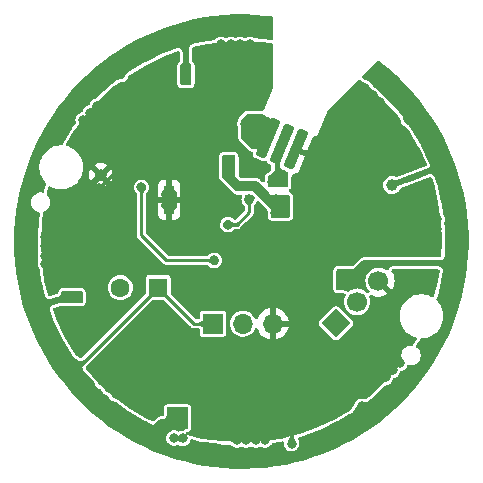
<source format=gbr>
%TF.GenerationSoftware,KiCad,Pcbnew,8.0.2*%
%TF.CreationDate,2024-09-09T19:27:49+02:00*%
%TF.ProjectId,AGS_Klingel_V2-1,4147535f-4b6c-4696-9e67-656c5f56322d,rev?*%
%TF.SameCoordinates,Original*%
%TF.FileFunction,Copper,L2,Bot*%
%TF.FilePolarity,Positive*%
%FSLAX46Y46*%
G04 Gerber Fmt 4.6, Leading zero omitted, Abs format (unit mm)*
G04 Created by KiCad (PCBNEW 8.0.2) date 2024-09-09 19:27:49*
%MOMM*%
%LPD*%
G01*
G04 APERTURE LIST*
G04 Aperture macros list*
%AMRoundRect*
0 Rectangle with rounded corners*
0 $1 Rounding radius*
0 $2 $3 $4 $5 $6 $7 $8 $9 X,Y pos of 4 corners*
0 Add a 4 corners polygon primitive as box body*
4,1,4,$2,$3,$4,$5,$6,$7,$8,$9,$2,$3,0*
0 Add four circle primitives for the rounded corners*
1,1,$1+$1,$2,$3*
1,1,$1+$1,$4,$5*
1,1,$1+$1,$6,$7*
1,1,$1+$1,$8,$9*
0 Add four rect primitives between the rounded corners*
20,1,$1+$1,$2,$3,$4,$5,0*
20,1,$1+$1,$4,$5,$6,$7,0*
20,1,$1+$1,$6,$7,$8,$9,0*
20,1,$1+$1,$8,$9,$2,$3,0*%
%AMHorizOval*
0 Thick line with rounded ends*
0 $1 width*
0 $2 $3 position (X,Y) of the first rounded end (center of the circle)*
0 $4 $5 position (X,Y) of the second rounded end (center of the circle)*
0 Add line between two ends*
20,1,$1,$2,$3,$4,$5,0*
0 Add two circle primitives to create the rounded ends*
1,1,$1,$2,$3*
1,1,$1,$4,$5*%
%AMRotRect*
0 Rectangle, with rotation*
0 The origin of the aperture is its center*
0 $1 length*
0 $2 width*
0 $3 Rotation angle, in degrees counterclockwise*
0 Add horizontal line*
21,1,$1,$2,0,0,$3*%
G04 Aperture macros list end*
%TA.AperFunction,ComponentPad*%
%ADD10C,1.000000*%
%TD*%
%TA.AperFunction,ComponentPad*%
%ADD11R,1.700000X1.700000*%
%TD*%
%TA.AperFunction,ComponentPad*%
%ADD12O,1.700000X1.700000*%
%TD*%
%TA.AperFunction,ComponentPad*%
%ADD13R,1.600000X1.600000*%
%TD*%
%TA.AperFunction,ComponentPad*%
%ADD14C,1.600000*%
%TD*%
%TA.AperFunction,ComponentPad*%
%ADD15C,0.500000*%
%TD*%
%TA.AperFunction,SMDPad,CuDef*%
%ADD16R,0.840000X2.400000*%
%TD*%
%TA.AperFunction,ComponentPad*%
%ADD17RotRect,1.700000X1.700000X135.000000*%
%TD*%
%TA.AperFunction,ComponentPad*%
%ADD18HorizOval,1.700000X0.000000X0.000000X0.000000X0.000000X0*%
%TD*%
%TA.AperFunction,SMDPad,CuDef*%
%ADD19RoundRect,0.225000X-0.375719X-1.495020X0.791465X1.322813X0.375719X1.495020X-0.791465X-1.322813X0*%
%TD*%
%TA.AperFunction,ViaPad*%
%ADD20C,0.800000*%
%TD*%
%TA.AperFunction,Conductor*%
%ADD21C,0.500000*%
%TD*%
%TA.AperFunction,Conductor*%
%ADD22C,0.250000*%
%TD*%
%TA.AperFunction,Conductor*%
%ADD23C,0.350000*%
%TD*%
%TA.AperFunction,Conductor*%
%ADD24C,0.200000*%
%TD*%
%TA.AperFunction,Conductor*%
%ADD25C,0.450000*%
%TD*%
G04 APERTURE END LIST*
D10*
%TO.P,TP8,1,1*%
%TO.N,+5V*%
X12770000Y4780000D03*
%TD*%
D11*
%TO.P,J2,1,Pin_1*%
%TO.N,+5V*%
X-2425004Y-6949722D03*
D12*
%TO.P,J2,2,Pin_2*%
%TO.N,Net-(J2-Pin_2)*%
X114996Y-6949722D03*
%TO.P,J2,3,Pin_3*%
%TO.N,GND*%
X2654996Y-6949722D03*
%TD*%
D13*
%TO.P,LS1,1,1*%
%TO.N,+5V*%
X-7049590Y-3899844D03*
D14*
%TO.P,LS1,2,2*%
%TO.N,Net-(D7-A)*%
X-10249590Y-3899844D03*
%TD*%
D15*
%TO.P,U5,11,PAD*%
%TO.N,GND*%
X-6109857Y2599961D03*
X-6109857Y3549961D03*
D16*
X-6109857Y3549961D03*
D15*
X-6109857Y4499961D03*
%TD*%
D10*
%TO.P,TP9,1,1*%
%TO.N,GND*%
X-11910000Y5640000D03*
%TD*%
D17*
%TO.P,J1,1,Pin_1*%
%TO.N,+5V*%
X8010000Y-6900000D03*
D18*
%TO.P,J1,2,Pin_2*%
%TO.N,Net-(J1-Pin_2)*%
X9806051Y-5103949D03*
%TO.P,J1,3,Pin_3*%
%TO.N,GND*%
X11602102Y-3307898D03*
%TD*%
D19*
%TO.P,J3,1,Pin_1*%
%TO.N,/PWR_IN*%
X2245118Y8785676D03*
%TO.P,J3,3,Pin_3*%
%TO.N,COIL*%
X3418445Y8299668D03*
%TO.P,J3,5,Pin_5*%
%TO.N,GND*%
X4591772Y7813660D03*
%TD*%
D20*
%TO.N,+24V*%
X3730000Y3530000D03*
X-1080000Y5990000D03*
X3710000Y2440000D03*
X2870000Y2450000D03*
X-1080000Y6810000D03*
X2897027Y3571373D03*
%TO.N,GND*%
X12830000Y-6670000D03*
X-6600000Y-11400000D03*
X-920000Y-1094502D03*
X-3500000Y-8520000D03*
X-3340000Y-5320000D03*
X10580000Y-6700000D03*
X-3135039Y924961D03*
X-1020462Y-9579538D03*
X-9400000Y-1720000D03*
X11820000Y8980000D03*
X11980000Y-9870000D03*
X-4970000Y-16660000D03*
X-7330000Y-12310000D03*
X-11790000Y-11820000D03*
X-160000Y-1094502D03*
X13400000Y-10300000D03*
X-2300000Y1610000D03*
X-5920000Y-8590000D03*
X2000000Y-16800000D03*
X-16593711Y-406289D03*
X14820000Y3700000D03*
X-3820000Y-12280000D03*
X16600000Y1900000D03*
X-12800000Y10900000D03*
X6050000Y-14110000D03*
X4513625Y-3780000D03*
X16600000Y300000D03*
X9000000Y-11800000D03*
X-4330000Y-7920000D03*
X-6450000Y13490000D03*
X6120000Y-5525000D03*
X13140000Y3630000D03*
X-2693213Y13040000D03*
X-7033034Y14069041D03*
X-7720000Y-14290000D03*
X1560000Y11946699D03*
X14760000Y1300000D03*
X11700000Y11800000D03*
X-900000Y16700000D03*
X-11250000Y-12370000D03*
X-374816Y11946699D03*
X5650000Y-6730000D03*
X450000Y12000000D03*
X11950000Y5750000D03*
X-14080002Y-6330000D03*
X400000Y-16800000D03*
X6680000Y-13400000D03*
X-4160000Y-2740000D03*
X13970000Y-4420000D03*
X5940000Y2549898D03*
X-8620000Y-12340000D03*
X-1700000Y16700000D03*
X700000Y16700000D03*
X-11540000Y-1817524D03*
X-14350000Y3310000D03*
X-400000Y-16800000D03*
X6965000Y4815000D03*
X-11540000Y-790000D03*
X15120000Y-3200000D03*
X-4665039Y924961D03*
X14760000Y-390000D03*
X-11660000Y-3440000D03*
X-13270000Y-6560000D03*
X-9980000Y-11090000D03*
X11100000Y12400000D03*
X5660000Y-8350000D03*
X12180000Y2680000D03*
X-8650000Y-4120000D03*
X-12600000Y-4860000D03*
X-2020000Y-8460000D03*
X6940000Y8750000D03*
X-10660000Y-12910000D03*
X-5900000Y-6310000D03*
X4250000Y-17110000D03*
X-3020000Y2420000D03*
X-15830000Y2290000D03*
X810000Y-15040000D03*
X-11570000Y-5940000D03*
X1400000Y14770000D03*
X3250000Y-14680000D03*
X9510000Y4270000D03*
X-9030000Y12060000D03*
X860000Y5960000D03*
X-16593711Y-1206289D03*
X-11860000Y7140000D03*
X13220000Y-8820000D03*
X-14970000Y390000D03*
X4350000Y-12920000D03*
X1200000Y-16800000D03*
X-4010000Y4944500D03*
X16600000Y1100000D03*
X-9649614Y5799768D03*
X-3809858Y1900142D03*
X-395000Y11015000D03*
X9689917Y10974781D03*
X-5340000Y-4100000D03*
X14030000Y6910000D03*
X-3310000Y5050000D03*
X9030000Y6860000D03*
X16600000Y-500000D03*
X-5720000Y11990000D03*
X-12080000Y4550000D03*
X13300000Y6610000D03*
X-2050000Y-15790000D03*
X10500000Y13000000D03*
X-16593711Y-1906289D03*
X-13400000Y10300000D03*
X12800000Y-10900000D03*
X11540000Y2040000D03*
X-16593711Y393711D03*
X-15830000Y4000000D03*
X7030000Y4000000D03*
X7910000Y2085000D03*
X-5050000Y12480000D03*
X16280000Y-2740000D03*
X-4450000Y-9500000D03*
X-5710000Y-16620000D03*
X-12200000Y11500000D03*
X-100000Y16700000D03*
X-8000000Y8790000D03*
X-920000Y-1890000D03*
X-6109858Y924961D03*
X15940000Y-4070000D03*
X4580000Y5360000D03*
X12200000Y-11500000D03*
%TO.N,+5V*%
X14690000Y9790000D03*
X9398938Y-2800000D03*
X-1141203Y1435642D03*
X-4710000Y14590000D03*
X650000Y3575500D03*
X15162226Y9142226D03*
X-13960000Y-4740000D03*
X10200000Y-13940000D03*
X-5860000Y-14520000D03*
X-14106103Y-10330773D03*
X9410000Y-3620000D03*
X8568625Y-2780000D03*
X9120000Y-15090000D03*
X-15098008Y-9148008D03*
X9790000Y-14630000D03*
X-9700000Y14780000D03*
X-5860000Y-15290000D03*
X-8459384Y4589160D03*
X-2300000Y-1580000D03*
X8570000Y-3597191D03*
X-9048008Y15233946D03*
X-14690000Y-9840000D03*
X-5040000Y-15290000D03*
X-14730000Y-4730000D03*
X-4710000Y13830000D03*
X14130000Y10340000D03*
X-5070000Y-14510000D03*
X-10210000Y14150000D03*
%TO.N,/PWR_IN*%
X1150000Y9890000D03*
X300000Y9975000D03*
X630000Y9320000D03*
%TO.N,COIL*%
X2630000Y5040000D03*
X3470000Y5650000D03*
%TD*%
D21*
%TO.N,+24V*%
X1100000Y4610000D02*
X-200000Y4610000D01*
D22*
X3410000Y2810000D02*
X3710000Y3110000D01*
D21*
X-1080000Y5490000D02*
X-1080000Y6810000D01*
X-1080000Y5490000D02*
X-1080000Y5990000D01*
X-200000Y4610000D02*
X-1080000Y5490000D01*
D22*
X2890000Y2810000D02*
X3410000Y2810000D01*
X-1080000Y5990000D02*
X-1080000Y6850000D01*
D21*
X2340000Y3370000D02*
X1100000Y4610000D01*
X3300000Y3370000D02*
X2340000Y3370000D01*
D22*
%TO.N,GND*%
X-9400000Y-1720000D02*
X-8650000Y-2470000D01*
X-13850002Y-6560000D02*
X-14080002Y-6330000D01*
D23*
X9164781Y10974781D02*
X6940000Y8750000D01*
X13210000Y3700000D02*
X13140000Y3630000D01*
X7140000Y8750000D02*
X9030000Y6860000D01*
D22*
X-4450000Y-9500000D02*
X-4450000Y-8040000D01*
X-2000000Y-8410000D02*
X-3390000Y-8410000D01*
X-5010000Y-9500000D02*
X-5920000Y-8590000D01*
D23*
X12800000Y-10900000D02*
X13400000Y-10300000D01*
D22*
X-15140000Y3310000D02*
X-15830000Y4000000D01*
X-3850000Y-12310000D02*
X-3820000Y-12280000D01*
X-8650000Y-2470000D02*
X-8650000Y-4120000D01*
X-920000Y-1094502D02*
X-160000Y-1094502D01*
D23*
X11100000Y12384864D02*
X9689917Y10974781D01*
D22*
X-9649614Y5799768D02*
X-10799614Y5799768D01*
X-12810000Y7780000D02*
X-12170000Y7140000D01*
D23*
X11100000Y12400000D02*
X11100000Y12384864D01*
X-11600000Y12100000D02*
X-12200000Y11500000D01*
D22*
X-5710000Y-16620000D02*
X-5010000Y-16620000D01*
X-3390000Y-8410000D02*
X-3500000Y-8520000D01*
X-11790000Y-11830000D02*
X-11250000Y-12370000D01*
D24*
X5430278Y-6949722D02*
X5650000Y-6730000D01*
D23*
X16600000Y1100000D02*
X16600000Y1900000D01*
X16600000Y-500000D02*
X16600000Y300000D01*
D22*
X-11790000Y-11820000D02*
X-11790000Y-11830000D01*
X-5050000Y12480000D02*
X-5050000Y12410000D01*
D23*
X15120000Y-3200000D02*
X15120000Y-3270000D01*
X16600000Y1900000D02*
X15360000Y1900000D01*
X-12800000Y10900000D02*
X-13400000Y10300000D01*
D22*
X-13270000Y-6560000D02*
X-13850002Y-6560000D01*
X4250000Y-17110000D02*
X4250000Y-15680000D01*
X-10800000Y5830000D02*
X-12080000Y4550000D01*
X-7360000Y-12340000D02*
X-7330000Y-12310000D01*
X-11790000Y-11820000D02*
X-10710000Y-11820000D01*
X400000Y-16800000D02*
X1200000Y-16800000D01*
X-920000Y-1690000D02*
X-920000Y-1890000D01*
X-920000Y-1094502D02*
X-920000Y-1690000D01*
D23*
X15360000Y1900000D02*
X14760000Y1300000D01*
D22*
X-10710000Y-11820000D02*
X-9980000Y-11090000D01*
X-12170000Y7140000D02*
X-11860000Y7140000D01*
X-5010000Y-16620000D02*
X-4970000Y-16660000D01*
X8280000Y2340000D02*
X10520000Y2340000D01*
X-4160000Y-2920000D02*
X-5340000Y-4100000D01*
D23*
X700000Y15470000D02*
X1400000Y14770000D01*
X9689917Y10974781D02*
X9164781Y10974781D01*
D22*
X-16593711Y-406289D02*
X-16593711Y-1206289D01*
X-8620000Y-12340000D02*
X-7360000Y-12340000D01*
X4250000Y-15910000D02*
X6050000Y-14110000D01*
X-14350000Y3310000D02*
X-15140000Y3310000D01*
D24*
X2654996Y-6949722D02*
X5430278Y-6949722D01*
D22*
X13300000Y6610000D02*
X12810000Y6610000D01*
D23*
X-900000Y16700000D02*
X-1700000Y16700000D01*
X11100000Y12400000D02*
X10500000Y13000000D01*
D22*
X-4450000Y-9500000D02*
X-5010000Y-9500000D01*
X12810000Y6610000D02*
X11950000Y5750000D01*
X4250000Y-15680000D02*
X3250000Y-14680000D01*
X-4160000Y-2740000D02*
X-4160000Y-2920000D01*
D23*
X13220000Y-7060000D02*
X12830000Y-6670000D01*
D22*
X4250000Y-17110000D02*
X4250000Y-15910000D01*
D23*
X13220000Y-8820000D02*
X13220000Y-7060000D01*
X700000Y16700000D02*
X-100000Y16700000D01*
D22*
X-4450000Y-8040000D02*
X-4330000Y-7920000D01*
D23*
X6940000Y8750000D02*
X7140000Y8750000D01*
X14820000Y3700000D02*
X13210000Y3700000D01*
X700000Y16700000D02*
X700000Y15470000D01*
D22*
X-7330000Y-12310000D02*
X-3850000Y-12310000D01*
D23*
X15120000Y-3270000D02*
X13970000Y-4420000D01*
D22*
%TO.N,+5V*%
X-384358Y1435642D02*
X-1141203Y1435642D01*
D24*
X8280000Y-2780000D02*
X9040000Y-2780000D01*
D21*
X-5040000Y-14540000D02*
X-5070000Y-14510000D01*
D22*
X-2425004Y-6949722D02*
X-3999712Y-6949722D01*
X-4710000Y14590000D02*
X-4710000Y13830000D01*
D21*
X-14596876Y-9840000D02*
X-14106103Y-10330773D01*
X14690000Y9790000D02*
X14680000Y9790000D01*
X17760000Y-1840000D02*
X17840000Y-1760000D01*
X-9048008Y15233946D02*
X-9246054Y15233946D01*
X9398938Y-2800000D02*
X10358938Y-1840000D01*
X-14730000Y-4730000D02*
X-13970000Y-4730000D01*
D22*
X-3999712Y-6949722D02*
X-7049590Y-3899844D01*
D21*
X9790000Y-14630000D02*
X9790000Y-14350000D01*
D22*
X650000Y3575500D02*
X650000Y2470000D01*
D21*
X9790000Y-14350000D02*
X10200000Y-13940000D01*
D22*
X-7049590Y-3899844D02*
X-13990000Y-10840254D01*
X-6360000Y-1580000D02*
X-8459384Y519384D01*
D24*
X17400000Y6530000D02*
X17340000Y5640000D01*
D22*
X-4710000Y17630000D02*
X-4800000Y17720000D01*
D21*
X12770000Y4780000D02*
X17400000Y6530000D01*
D22*
X-2300000Y-1580000D02*
X-6360000Y-1580000D01*
X-14106103Y-10139913D02*
X-15098008Y-9148008D01*
D21*
X-4710000Y14590000D02*
X-4710000Y17630000D01*
X-9246054Y15233946D02*
X-9700000Y14780000D01*
X-7710000Y-16230000D02*
X-7710000Y-16400000D01*
X-5860000Y-15290000D02*
X-6770000Y-15290000D01*
X10358938Y-1840000D02*
X17760000Y-1840000D01*
X14680000Y9790000D02*
X14130000Y10340000D01*
X-5860000Y-14520000D02*
X-5860000Y-15290000D01*
X-13970000Y-4730000D02*
X-13960000Y-4740000D01*
X-14730000Y-4730000D02*
X-17450000Y-5520000D01*
D22*
X-8459384Y519384D02*
X-8459384Y4589160D01*
D21*
X-6770000Y-15290000D02*
X-7710000Y-16230000D01*
D22*
X-14106103Y-10330773D02*
X-14106103Y-10139913D01*
D21*
X-5040000Y-15290000D02*
X-5040000Y-14540000D01*
D22*
X650000Y2470000D02*
X-384358Y1435642D01*
D21*
X-14690000Y-9840000D02*
X-14596876Y-9840000D01*
X17740000Y-1870000D02*
X18130000Y-1480000D01*
D22*
X-13990000Y-10840254D02*
X-13990000Y-11050000D01*
D24*
X9040000Y-2780000D02*
X9060000Y-2800000D01*
D22*
%TO.N,/PWR_IN*%
X1150000Y9880794D02*
X1150000Y9890000D01*
X2245118Y8785676D02*
X1150000Y9880794D01*
X1150000Y9890000D02*
X1150000Y9840000D01*
X1150000Y9840000D02*
X630000Y9320000D01*
%TO.N,COIL*%
X3081698Y6038302D02*
X3470000Y5650000D01*
X3418445Y8299668D02*
X3081698Y7962921D01*
D25*
X3010000Y7454619D02*
X3010000Y5530000D01*
%TD*%
%TA.AperFunction,Conductor*%
%TO.N,+5V*%
G36*
X9782121Y-2350002D02*
G01*
X9828614Y-2403658D01*
X9840000Y-2456000D01*
X9840000Y-3873449D01*
X9819998Y-3941570D01*
X9766342Y-3988063D01*
X9714000Y-3999449D01*
X9703704Y-3999449D01*
X9502495Y-4037061D01*
X9502490Y-4037062D01*
X9311628Y-4111003D01*
X9311618Y-4111008D01*
X9311430Y-4111125D01*
X9311322Y-4111155D01*
X9306405Y-4113604D01*
X9305947Y-4112685D01*
X9245096Y-4130000D01*
X8176000Y-4130000D01*
X8107879Y-4109998D01*
X8061386Y-4056342D01*
X8050000Y-4004000D01*
X8050000Y-2456000D01*
X8070002Y-2387879D01*
X8123658Y-2341386D01*
X8176000Y-2330000D01*
X9714000Y-2330000D01*
X9782121Y-2350002D01*
G37*
%TD.AperFunction*%
%TD*%
%TA.AperFunction,Conductor*%
%TO.N,+5V*%
G36*
X-4530000Y-15840000D02*
G01*
X-6320000Y-15840000D01*
X-6320000Y-14040000D01*
X-4530000Y-14040000D01*
X-4530000Y-15840000D01*
G37*
%TD.AperFunction*%
%TD*%
%TA.AperFunction,Conductor*%
%TO.N,+5V*%
G36*
X-13507879Y-4200002D02*
G01*
X-13461386Y-4253658D01*
X-13450000Y-4306000D01*
X-13450000Y-5104000D01*
X-13470002Y-5172121D01*
X-13523658Y-5218614D01*
X-13576000Y-5230000D01*
X-15114000Y-5230000D01*
X-15182121Y-5209998D01*
X-15228614Y-5156342D01*
X-15240000Y-5104000D01*
X-15240000Y-4306000D01*
X-15219998Y-4237879D01*
X-15166342Y-4191386D01*
X-15114000Y-4180000D01*
X-13576000Y-4180000D01*
X-13507879Y-4200002D01*
G37*
%TD.AperFunction*%
%TD*%
%TA.AperFunction,Conductor*%
%TO.N,+24V*%
G36*
X-558116Y7309998D02*
G01*
X-511623Y7256342D01*
X-500237Y7203764D01*
X-503479Y5478999D01*
X-502448Y5473962D01*
X-499504Y5469747D01*
X-499500Y5469743D01*
X-113343Y5104609D01*
X-109311Y5102036D01*
X-104618Y5101137D01*
X-104617Y5101137D01*
X1336788Y5101137D01*
X1404909Y5081135D01*
X1426713Y5063394D01*
X1870881Y4610826D01*
X2212586Y4262658D01*
X2318651Y4154587D01*
X2489947Y3980052D01*
X2490000Y3980000D01*
X2490042Y3979958D01*
X2493163Y3976836D01*
X2496280Y3973719D01*
X2496281Y3973718D01*
X2500398Y3970967D01*
X2502344Y3970580D01*
X2505261Y3970000D01*
X3974000Y3970000D01*
X4042121Y3949998D01*
X4088614Y3896342D01*
X4100000Y3844000D01*
X4100000Y2166000D01*
X4079998Y2097879D01*
X4026342Y2051386D01*
X3974000Y2040000D01*
X2616000Y2040000D01*
X2547879Y2060002D01*
X2501386Y2113658D01*
X2490000Y2166000D01*
X2490000Y2734779D01*
X2489046Y2739608D01*
X2489045Y2739609D01*
X2486330Y2743706D01*
X2486329Y2743707D01*
X2486326Y2743712D01*
X1001338Y4243868D01*
X997201Y4246655D01*
X992311Y4247634D01*
X-381967Y4247504D01*
X-450089Y4267500D01*
X-472073Y4285419D01*
X-819983Y4641269D01*
X-1603817Y5442992D01*
X-1637137Y5505683D01*
X-1639720Y5531757D01*
X-1630677Y7204681D01*
X-1610307Y7272693D01*
X-1556401Y7318895D01*
X-1504679Y7330000D01*
X-626237Y7330000D01*
X-558116Y7309998D01*
G37*
%TD.AperFunction*%
%TD*%
%TA.AperFunction,Conductor*%
%TO.N,+5V*%
G36*
X-4287879Y15029998D02*
G01*
X-4241386Y14976342D01*
X-4230000Y14924000D01*
X-4230000Y13376000D01*
X-4250002Y13307879D01*
X-4303658Y13261386D01*
X-4356000Y13250000D01*
X-5034000Y13250000D01*
X-5102121Y13270002D01*
X-5148614Y13323658D01*
X-5160000Y13376000D01*
X-5160000Y14924000D01*
X-5139998Y14992121D01*
X-5086342Y15038614D01*
X-5034000Y15050000D01*
X-4356000Y15050000D01*
X-4287879Y15029998D01*
G37*
%TD.AperFunction*%
%TD*%
%TA.AperFunction,Conductor*%
%TO.N,COIL*%
G36*
X3416824Y6189998D02*
G01*
X3434562Y6176219D01*
X3524023Y6092927D01*
X3524027Y6092924D01*
X3574425Y6065404D01*
X3902219Y5929626D01*
X3957499Y5885077D01*
X3979920Y5817714D01*
X3980000Y5813217D01*
X3980000Y5646736D01*
X3971812Y5602055D01*
X3939849Y5517779D01*
X3920693Y5360003D01*
X3920693Y5359996D01*
X3939850Y5202219D01*
X3971812Y5117943D01*
X3980000Y5073263D01*
X3980000Y4746000D01*
X3959998Y4677879D01*
X3906342Y4631386D01*
X3854000Y4620000D01*
X2366000Y4620000D01*
X2297879Y4640002D01*
X2251386Y4693658D01*
X2240000Y4746000D01*
X2240000Y5460216D01*
X2260002Y5528337D01*
X2286306Y5557812D01*
X2395206Y5646736D01*
X3050215Y6181596D01*
X3115631Y6209188D01*
X3129909Y6210000D01*
X3348703Y6210000D01*
X3416824Y6189998D01*
G37*
%TD.AperFunction*%
%TD*%
%TA.AperFunction,Conductor*%
%TO.N,/PWR_IN*%
G36*
X1507846Y9431270D02*
G01*
X1525243Y9361670D01*
X1532872Y9290177D01*
X1534689Y9218964D01*
X1534650Y9150201D01*
X1536711Y9086060D01*
X1544826Y9028712D01*
X1562953Y8980328D01*
X1595047Y8943080D01*
X1645064Y8919138D01*
X1716960Y8910676D01*
X1716960Y8660676D01*
X1630821Y8667377D01*
X1560212Y8685565D01*
X1501595Y8712370D01*
X1451434Y8744918D01*
X1406192Y8780338D01*
X1362333Y8815758D01*
X1316321Y8848306D01*
X1264619Y8875111D01*
X1203690Y8893299D01*
X1130000Y8900001D01*
X988579Y9441421D01*
X1507846Y9431270D01*
G37*
%TD.AperFunction*%
%TD*%
%TA.AperFunction,Conductor*%
%TO.N,GND*%
G36*
X4378156Y-16407425D02*
G01*
X4378156Y-16407426D01*
X4378155Y-16407426D01*
X4378265Y-16410455D01*
X4378265Y-16410456D01*
X4378266Y-16410461D01*
X4387658Y-16486222D01*
X4402564Y-16550388D01*
X4402566Y-16550395D01*
X4422373Y-16606064D01*
X4446474Y-16656349D01*
X4474257Y-16704352D01*
X4505116Y-16753187D01*
X4505115Y-16753187D01*
X4505117Y-16753189D01*
X4538319Y-16805762D01*
X4538512Y-16806077D01*
X4573442Y-16865464D01*
X4573735Y-16865993D01*
X4606118Y-16928190D01*
X4606899Y-16937111D01*
X4604173Y-16941703D01*
X4258433Y-17301230D01*
X4250229Y-17304818D01*
X4241890Y-17301553D01*
X4241567Y-17301230D01*
X3895826Y-16941703D01*
X3892561Y-16933364D01*
X3893881Y-16928190D01*
X3926263Y-16865993D01*
X3926547Y-16865479D01*
X3961511Y-16806035D01*
X3961645Y-16805817D01*
X3994883Y-16753187D01*
X4025738Y-16704359D01*
X4053523Y-16656352D01*
X4077625Y-16606064D01*
X4097435Y-16550389D01*
X4112341Y-16486222D01*
X4121733Y-16410461D01*
X4125000Y-16320000D01*
X4375000Y-16320000D01*
X4378156Y-16407425D01*
G37*
%TD.AperFunction*%
%TD*%
%TA.AperFunction,Conductor*%
%TO.N,COIL*%
G36*
X3548313Y8426033D02*
G01*
X3549911Y8417221D01*
X3548313Y8413365D01*
X3219463Y7902590D01*
X3212104Y7897489D01*
X3211084Y7897316D01*
X3210233Y7897210D01*
X3210192Y7897202D01*
X3210189Y7897202D01*
X3209633Y7897099D01*
X3206401Y7896505D01*
X3201966Y7895405D01*
X3197111Y7893843D01*
X3192019Y7891750D01*
X3186874Y7889057D01*
X3184579Y7887520D01*
X3175802Y7885761D01*
X3169797Y7888965D01*
X3007743Y8051019D01*
X3004317Y8059291D01*
X3006296Y8065801D01*
X3007834Y8068097D01*
X3010527Y8073242D01*
X3012620Y8078334D01*
X3014182Y8083189D01*
X3015282Y8087624D01*
X3015987Y8091456D01*
X3016091Y8092291D01*
X3020510Y8100078D01*
X3021367Y8100686D01*
X3532142Y8429536D01*
X3540954Y8431134D01*
X3548313Y8426033D01*
G37*
%TD.AperFunction*%
%TD*%
%TA.AperFunction,Conductor*%
%TO.N,+5V*%
G36*
X309025Y19237784D02*
G01*
X1174529Y19204383D01*
X1180228Y19204034D01*
X2043347Y19131455D01*
X2049024Y19130848D01*
X2588494Y19060752D01*
X2653470Y19032139D01*
X2692662Y18972940D01*
X2698259Y18935826D01*
X2698589Y17173443D01*
X2678600Y17105318D01*
X2624953Y17058815D01*
X2554681Y17048698D01*
X2554390Y17048740D01*
X1710491Y17173922D01*
X1697851Y17175481D01*
X1697835Y17175483D01*
X1688419Y17176409D01*
X1685546Y17176693D01*
X1672842Y17177630D01*
X1161269Y17202761D01*
X1094212Y17226081D01*
X1083913Y17234284D01*
X1074529Y17242599D01*
X933793Y17316463D01*
X779471Y17354500D01*
X620529Y17354500D01*
X466207Y17316463D01*
X358552Y17259961D01*
X288941Y17246015D01*
X241449Y17259960D01*
X133793Y17316463D01*
X-20529Y17354500D01*
X-179471Y17354500D01*
X-333793Y17316463D01*
X-424712Y17268744D01*
X-441445Y17259963D01*
X-511058Y17246016D01*
X-558555Y17259963D01*
X-591503Y17277255D01*
X-666207Y17316463D01*
X-820529Y17354500D01*
X-979471Y17354500D01*
X-1133793Y17316463D01*
X-1224712Y17268744D01*
X-1241445Y17259963D01*
X-1311058Y17246016D01*
X-1358555Y17259963D01*
X-1391503Y17277255D01*
X-1466207Y17316463D01*
X-1620529Y17354500D01*
X-1779471Y17354500D01*
X-1933793Y17316463D01*
X-2074529Y17242599D01*
X-2193498Y17137201D01*
X-2193501Y17137195D01*
X-2198551Y17131497D01*
X-2201151Y17133800D01*
X-2243955Y17098821D01*
X-2274478Y17090261D01*
X-3348484Y16930948D01*
X-3361025Y16928772D01*
X-3373153Y16926360D01*
X-3385588Y16923568D01*
X-4173169Y16726289D01*
X-4195901Y16719476D01*
X-4217627Y16711866D01*
X-4301778Y16663073D01*
X-4355434Y16616580D01*
X-4387556Y16583291D01*
X-4434487Y16493572D01*
X-4454489Y16425451D01*
X-4465000Y16352342D01*
X-4465000Y15350425D01*
X-4456355Y15284004D01*
X-4439845Y15221650D01*
X-4439841Y15221639D01*
X-4426923Y15184494D01*
X-4426918Y15184485D01*
X-4369176Y15101328D01*
X-4369172Y15101322D01*
X-4329781Y15063317D01*
X-4318081Y15052028D01*
X-4315268Y15050000D01*
X-5075181Y15050000D01*
X-5061873Y15063308D01*
X-5038378Y15090424D01*
X-5032443Y15097526D01*
X-4985514Y15187241D01*
X-4985513Y15187244D01*
X-4965512Y15255362D01*
X-4965511Y15255365D01*
X-4955000Y15328474D01*
X-4955000Y15989013D01*
X-4955000Y15989040D01*
X-4956305Y16015007D01*
X-4956307Y16015035D01*
X-4958839Y16040160D01*
X-4987626Y16135443D01*
X-5020818Y16198214D01*
X-5046002Y16237018D01*
X-5122817Y16302981D01*
X-5184662Y16337834D01*
X-5184664Y16337835D01*
X-5184668Y16337837D01*
X-5226831Y16356865D01*
X-5327115Y16370828D01*
X-5397992Y16366712D01*
X-5470371Y16351979D01*
X-6587213Y15952368D01*
X-6599097Y15947784D01*
X-6610521Y15943052D01*
X-6619085Y15939254D01*
X-6622143Y15937900D01*
X-6622151Y15937896D01*
X-6622165Y15937890D01*
X-8119100Y15229891D01*
X-8130479Y15224163D01*
X-8141384Y15218334D01*
X-8152464Y15212058D01*
X-9572798Y14360743D01*
X-9583570Y14353921D01*
X-9593852Y14347050D01*
X-9604256Y14339722D01*
X-9674278Y14287789D01*
X-9698167Y14267737D01*
X-9720117Y14246941D01*
X-9722590Y14244568D01*
X-9779997Y14161163D01*
X-9793888Y14128892D01*
X-9796958Y14125187D01*
X-9806876Y14099035D01*
X-9809020Y14093746D01*
X-9809686Y14092202D01*
X-9809741Y14092062D01*
X-9818992Y14070569D01*
X-9822974Y14056587D01*
X-9852254Y13979382D01*
X-9866365Y13952495D01*
X-9903477Y13898731D01*
X-9923612Y13876001D01*
X-9972520Y13832672D01*
X-9997511Y13815422D01*
X-10055363Y13785060D01*
X-10083752Y13774293D01*
X-10122881Y13764649D01*
X-10147182Y13758661D01*
X-10177333Y13755000D01*
X-10265339Y13755000D01*
X-10272111Y13754886D01*
X-10273988Y13754855D01*
X-10282416Y13754573D01*
X-10363339Y13738758D01*
X-10429969Y13714244D01*
X-10494656Y13679296D01*
X-10494950Y13679137D01*
X-10494955Y13679134D01*
X-10528170Y13654500D01*
X-10934297Y13353296D01*
X-10944337Y13345461D01*
X-10953895Y13337617D01*
X-10963540Y13329297D01*
X-12190497Y12217249D01*
X-12199722Y12208466D01*
X-12208466Y12199722D01*
X-12217249Y12190497D01*
X-12217261Y12190483D01*
X-12217574Y12190155D01*
X-12278678Y12154695D01*
X-12279469Y12154500D01*
X-12279471Y12154500D01*
X-12433793Y12116463D01*
X-12574529Y12042599D01*
X-12693498Y11937201D01*
X-12783787Y11806395D01*
X-12840149Y11657782D01*
X-12841379Y11647646D01*
X-12869442Y11582434D01*
X-12928309Y11542744D01*
X-12936281Y11540497D01*
X-13033793Y11516463D01*
X-13174529Y11442599D01*
X-13293498Y11337201D01*
X-13383787Y11206395D01*
X-13440149Y11057782D01*
X-13441379Y11047646D01*
X-13469442Y10982434D01*
X-13528309Y10942744D01*
X-13536281Y10940497D01*
X-13633793Y10916463D01*
X-13774529Y10842599D01*
X-13893498Y10737201D01*
X-13983787Y10606395D01*
X-14038030Y10463368D01*
X-14040150Y10457779D01*
X-14059307Y10300003D01*
X-14059307Y10299996D01*
X-14043448Y10169390D01*
X-14040149Y10142218D01*
X-14030940Y10117938D01*
X-14025487Y10047155D01*
X-14047546Y9998205D01*
X-14339725Y9604251D01*
X-14347055Y9593844D01*
X-14353925Y9583563D01*
X-14360744Y9572796D01*
X-15062033Y8402766D01*
X-15070548Y8387401D01*
X-15078301Y8372223D01*
X-15104870Y8284983D01*
X-15107067Y8266598D01*
X-15107673Y8261540D01*
X-15135622Y8196276D01*
X-15194418Y8156482D01*
X-15232782Y8150500D01*
X-15381288Y8150500D01*
X-15598637Y8121885D01*
X-15621782Y8118839D01*
X-15621782Y8118838D01*
X-15621789Y8118838D01*
X-15856100Y8056054D01*
X-16080212Y7963224D01*
X-16290289Y7841936D01*
X-16482738Y7694265D01*
X-16654265Y7522738D01*
X-16801936Y7330289D01*
X-16923224Y7120212D01*
X-17016054Y6896100D01*
X-17078838Y6661789D01*
X-17110500Y6421288D01*
X-17110500Y6178712D01*
X-17078838Y5938211D01*
X-17016054Y5703900D01*
X-16923224Y5479788D01*
X-16923218Y5479779D01*
X-16923217Y5479775D01*
X-16819576Y5300264D01*
X-16801936Y5269711D01*
X-16654265Y5077262D01*
X-16654259Y5077256D01*
X-16654255Y5077251D01*
X-16546075Y4969071D01*
X-16512049Y4906759D01*
X-16517114Y4835944D01*
X-16535395Y4805630D01*
X-16534230Y4804782D01*
X-16537869Y4799780D01*
X-16537876Y4799773D01*
X-16573831Y4738554D01*
X-16601792Y4670189D01*
X-16622089Y4589159D01*
X-16707385Y4248638D01*
X-16743339Y4187421D01*
X-16806683Y4155359D01*
X-16854186Y4155676D01*
X-16908597Y4166500D01*
X-17071403Y4166500D01*
X-17231081Y4134738D01*
X-17381495Y4072435D01*
X-17516863Y3981984D01*
X-17631984Y3866863D01*
X-17722435Y3731495D01*
X-17784738Y3581081D01*
X-17816500Y3421403D01*
X-17816500Y3258597D01*
X-17784738Y3098919D01*
X-17722435Y2948505D01*
X-17631984Y2813137D01*
X-17631979Y2813131D01*
X-17516868Y2698020D01*
X-17516863Y2698016D01*
X-17381495Y2607565D01*
X-17231081Y2545262D01*
X-17185218Y2536139D01*
X-17172936Y2533696D01*
X-17110027Y2500787D01*
X-17074896Y2439092D01*
X-17072883Y2391632D01*
X-17173922Y1710491D01*
X-17175278Y1699498D01*
X-17175483Y1697835D01*
X-17176409Y1688419D01*
X-17176693Y1685546D01*
X-17177630Y1672842D01*
X-17231837Y569425D01*
X-17233349Y559110D01*
X-17232941Y559061D01*
X-17233859Y551493D01*
X-17233860Y551493D01*
X-17253018Y393711D01*
X-17245376Y330783D01*
X-17244610Y309426D01*
X-17258883Y18916D01*
X-17259196Y6183D01*
X-17259196Y-6183D01*
X-17258883Y-18916D01*
X-17244170Y-318381D01*
X-17244936Y-339738D01*
X-17253018Y-406289D01*
X-17241640Y-500000D01*
X-17232941Y-571638D01*
X-17233041Y-571650D01*
X-17231066Y-585131D01*
X-17212522Y-962574D01*
X-17220557Y-1013432D01*
X-17233860Y-1048507D01*
X-17233860Y-1048510D01*
X-17233861Y-1048514D01*
X-17253018Y-1206285D01*
X-17253018Y-1206292D01*
X-17235713Y-1348807D01*
X-17233860Y-1364071D01*
X-17193746Y-1469839D01*
X-17185711Y-1508333D01*
X-17182077Y-1582298D01*
X-17190112Y-1633156D01*
X-17212362Y-1691822D01*
X-17233861Y-1748509D01*
X-17253018Y-1906285D01*
X-17253018Y-1906292D01*
X-17233861Y-2064068D01*
X-17233860Y-2064070D01*
X-17233860Y-2064071D01*
X-17177498Y-2212684D01*
X-17094696Y-2332642D01*
X-17073760Y-2385721D01*
X-16930948Y-3348484D01*
X-16928772Y-3361025D01*
X-16926360Y-3373153D01*
X-16923568Y-3385589D01*
X-16794754Y-3899843D01*
X-16778960Y-3962894D01*
X-16617679Y-4606763D01*
X-16596340Y-4663140D01*
X-16569582Y-4714757D01*
X-16552789Y-4742701D01*
X-16480133Y-4813221D01*
X-16420520Y-4851779D01*
X-16379597Y-4873338D01*
X-16280349Y-4893384D01*
X-16257929Y-4893450D01*
X-16209366Y-4893593D01*
X-16209365Y-4893592D01*
X-16209353Y-4893593D01*
X-16136211Y-4883296D01*
X-15517979Y-4703736D01*
X-15500030Y-4697806D01*
X-15500029Y-4697805D01*
X-15500021Y-4697803D01*
X-15482838Y-4691423D01*
X-15482834Y-4691421D01*
X-15482831Y-4691420D01*
X-15403222Y-4644265D01*
X-15349566Y-4597772D01*
X-15349558Y-4597764D01*
X-15317444Y-4564484D01*
X-15317444Y-4564483D01*
X-15270514Y-4474766D01*
X-15270513Y-4474763D01*
X-15259885Y-4438567D01*
X-15250511Y-4406643D01*
X-15240000Y-4333534D01*
X-15240000Y-5191770D01*
X-15294926Y-5180975D01*
X-15365901Y-5180766D01*
X-15365913Y-5180767D01*
X-15365916Y-5180767D01*
X-15439058Y-5191064D01*
X-15439059Y-5191064D01*
X-15439063Y-5191065D01*
X-15963082Y-5343262D01*
X-15963085Y-5343263D01*
X-16021295Y-5368217D01*
X-16021302Y-5368221D01*
X-16074038Y-5398931D01*
X-16074042Y-5398933D01*
X-16074049Y-5398938D01*
X-16103568Y-5418966D01*
X-16169532Y-5495782D01*
X-16204388Y-5557633D01*
X-16223416Y-5599796D01*
X-16237379Y-5700080D01*
X-16233263Y-5770957D01*
X-16218530Y-5843335D01*
X-15965817Y-6549623D01*
X-15952361Y-6587231D01*
X-15947785Y-6599095D01*
X-15947784Y-6599097D01*
X-15943052Y-6610521D01*
X-15937890Y-6622165D01*
X-15229891Y-8119100D01*
X-15224163Y-8130479D01*
X-15218334Y-8141384D01*
X-15212058Y-8152464D01*
X-14360744Y-9572796D01*
X-14353925Y-9583563D01*
X-14347055Y-9593844D01*
X-14339725Y-9604251D01*
X-14184497Y-9813552D01*
X-14174866Y-9825757D01*
X-14165170Y-9837314D01*
X-14096944Y-9894780D01*
X-14035590Y-9930504D01*
X-13967981Y-9957858D01*
X-13956717Y-9963077D01*
X-13896654Y-9994601D01*
X-13893617Y-9996195D01*
X-13868619Y-10013450D01*
X-13856182Y-10024469D01*
X-13817738Y-10052675D01*
X-13778217Y-10076418D01*
X-13760737Y-10086025D01*
X-13663093Y-10112813D01*
X-13592278Y-10117878D01*
X-13546022Y-10117052D01*
X-13449397Y-10086795D01*
X-13387085Y-10052769D01*
X-13387080Y-10052765D01*
X-13387072Y-10052761D01*
X-13383295Y-10050334D01*
X-13382539Y-10051510D01*
X-13321729Y-10028825D01*
X-13252354Y-10043913D01*
X-13202150Y-10094113D01*
X-13187055Y-10163486D01*
X-13211862Y-10230008D01*
X-13223639Y-10243599D01*
X-13357068Y-10377028D01*
X-13372898Y-10395255D01*
X-13380965Y-10404543D01*
X-13402187Y-10432760D01*
X-13407292Y-10439790D01*
X-13448117Y-10532447D01*
X-13463518Y-10601753D01*
X-13469488Y-10647627D01*
X-13453737Y-10747646D01*
X-13429223Y-10814276D01*
X-13394115Y-10879259D01*
X-13353296Y-10934297D01*
X-13345461Y-10944337D01*
X-13337617Y-10953895D01*
X-13329297Y-10963540D01*
X-12459020Y-11923742D01*
X-12433860Y-11971037D01*
X-12432852Y-11970655D01*
X-12430149Y-11977782D01*
X-12373787Y-12126395D01*
X-12283498Y-12257201D01*
X-12164529Y-12362599D01*
X-12023793Y-12436463D01*
X-11978780Y-12447557D01*
X-11917428Y-12483277D01*
X-11891122Y-12525215D01*
X-11890149Y-12527779D01*
X-11890149Y-12527782D01*
X-11833787Y-12676395D01*
X-11743498Y-12807201D01*
X-11624529Y-12912599D01*
X-11483793Y-12986463D01*
X-11379439Y-13012183D01*
X-11318086Y-13047906D01*
X-11291783Y-13089839D01*
X-11243787Y-13216395D01*
X-11153498Y-13347201D01*
X-11034529Y-13452599D01*
X-10893793Y-13526463D01*
X-10739471Y-13564500D01*
X-10691145Y-13564500D01*
X-10623024Y-13584502D01*
X-10616093Y-13589291D01*
X-9604251Y-14339725D01*
X-9593844Y-14347055D01*
X-9583563Y-14353925D01*
X-9572796Y-14360744D01*
X-8152464Y-15212058D01*
X-8141384Y-15218334D01*
X-8130479Y-15224163D01*
X-8119099Y-15229891D01*
X-7643043Y-15455048D01*
X-7632997Y-15459542D01*
X-7623157Y-15463695D01*
X-7540763Y-15483455D01*
X-7469948Y-15488519D01*
X-7423700Y-15487693D01*
X-7327074Y-15457438D01*
X-7264763Y-15423414D01*
X-7205633Y-15379150D01*
X-6932162Y-15105679D01*
X-6906067Y-15085657D01*
X-6901105Y-15082792D01*
X-6901099Y-15082789D01*
X-6878929Y-15069989D01*
X-6848534Y-15057400D01*
X-6838015Y-15054582D01*
X-6838016Y-15054582D01*
X-6818276Y-15049293D01*
X-6785667Y-15045000D01*
X-6705506Y-15045000D01*
X-6705500Y-15045000D01*
X-6650341Y-15039070D01*
X-6597999Y-15027684D01*
X-6571209Y-15020334D01*
X-6483222Y-14970231D01*
X-6483218Y-14970227D01*
X-6483213Y-14970224D01*
X-6429576Y-14923747D01*
X-6429558Y-14923730D01*
X-6397444Y-14890450D01*
X-6397444Y-14890449D01*
X-6350514Y-14800732D01*
X-6350513Y-14800729D01*
X-6330511Y-14732609D01*
X-6320000Y-14659500D01*
X-6320000Y-15840000D01*
X-4612330Y-15840000D01*
X-4634312Y-15846816D01*
X-4673986Y-15853748D01*
X-4673991Y-15853749D01*
X-4741247Y-15876467D01*
X-4741254Y-15876470D01*
X-4741257Y-15876471D01*
X-4783590Y-15895122D01*
X-4851460Y-15952360D01*
X-4860994Y-15960400D01*
X-4865312Y-15964835D01*
X-4866750Y-15963433D01*
X-4917318Y-15998875D01*
X-4957636Y-16005500D01*
X-5049472Y-16005500D01*
X-5203796Y-16043537D01*
X-5243338Y-16064291D01*
X-5312951Y-16078238D01*
X-5360448Y-16064292D01*
X-5476208Y-16003536D01*
X-5630527Y-15965500D01*
X-5630529Y-15965500D01*
X-5789471Y-15965500D01*
X-5789472Y-15965500D01*
X-5943790Y-16003536D01*
X-5943791Y-16003536D01*
X-5943793Y-16003537D01*
X-5943795Y-16003538D01*
X-5943797Y-16003539D01*
X-6084525Y-16077398D01*
X-6084528Y-16077400D01*
X-6084529Y-16077401D01*
X-6203498Y-16182799D01*
X-6293787Y-16313605D01*
X-6336538Y-16426331D01*
X-6350150Y-16462220D01*
X-6369307Y-16619996D01*
X-6369307Y-16620003D01*
X-6350150Y-16777779D01*
X-6350149Y-16777781D01*
X-6350149Y-16777782D01*
X-6293787Y-16926395D01*
X-6203498Y-17057201D01*
X-6084529Y-17162599D01*
X-5943793Y-17236463D01*
X-5789471Y-17274500D01*
X-5789470Y-17274500D01*
X-5630530Y-17274500D01*
X-5630529Y-17274500D01*
X-5476207Y-17236463D01*
X-5456933Y-17226347D01*
X-5436661Y-17215708D01*
X-5367048Y-17201761D01*
X-5319554Y-17215706D01*
X-5203793Y-17276463D01*
X-5049471Y-17314500D01*
X-5049470Y-17314500D01*
X-4890530Y-17314500D01*
X-4890529Y-17314500D01*
X-4736207Y-17276463D01*
X-4670200Y-17241820D01*
X-4595474Y-17202601D01*
X-4595472Y-17202599D01*
X-4595471Y-17202599D01*
X-4476502Y-17097201D01*
X-4386213Y-16966395D01*
X-4371042Y-16926392D01*
X-4329849Y-16817779D01*
X-4329767Y-16817443D01*
X-4329639Y-16817223D01*
X-4327148Y-16810655D01*
X-4326055Y-16811069D01*
X-4294042Y-16756089D01*
X-4230818Y-16723790D01*
X-4176817Y-16725375D01*
X-3385590Y-16923568D01*
X-3385563Y-16923574D01*
X-3373160Y-16926360D01*
X-3362532Y-16928473D01*
X-3361032Y-16928772D01*
X-3348487Y-16930948D01*
X-3348475Y-16930949D01*
X-3348468Y-16930951D01*
X-3109503Y-16966398D01*
X-1710491Y-17173922D01*
X-1697851Y-17175481D01*
X-1685546Y-17176693D01*
X-1672842Y-17177630D01*
X-963158Y-17212494D01*
X-896103Y-17235814D01*
X-885795Y-17244024D01*
X-774529Y-17342599D01*
X-633793Y-17416463D01*
X-479471Y-17454500D01*
X-479470Y-17454500D01*
X-320530Y-17454500D01*
X-320529Y-17454500D01*
X-166207Y-17416463D01*
X-58555Y-17359963D01*
X11058Y-17346016D01*
X58555Y-17359963D01*
X166207Y-17416463D01*
X320529Y-17454500D01*
X320530Y-17454500D01*
X479470Y-17454500D01*
X479471Y-17454500D01*
X633793Y-17416463D01*
X741445Y-17359963D01*
X811058Y-17346016D01*
X858555Y-17359963D01*
X966207Y-17416463D01*
X1120529Y-17454500D01*
X1120530Y-17454500D01*
X1279470Y-17454500D01*
X1279471Y-17454500D01*
X1433793Y-17416463D01*
X1541445Y-17359963D01*
X1611058Y-17346016D01*
X1658555Y-17359963D01*
X1766207Y-17416463D01*
X1920529Y-17454500D01*
X1920530Y-17454500D01*
X2079470Y-17454500D01*
X2079471Y-17454500D01*
X2233793Y-17416463D01*
X2374529Y-17342599D01*
X2493498Y-17237201D01*
X2583787Y-17106395D01*
X2583788Y-17106392D01*
X2583791Y-17106388D01*
X2587329Y-17099648D01*
X2589373Y-17100720D01*
X2625336Y-17053206D01*
X2681819Y-17029837D01*
X3205093Y-16952218D01*
X3348465Y-16930951D01*
X3348472Y-16930949D01*
X3348484Y-16930948D01*
X3361029Y-16928772D01*
X3362529Y-16928473D01*
X3373157Y-16926360D01*
X3376822Y-16925536D01*
X3385587Y-16923568D01*
X3442686Y-16909265D01*
X3513622Y-16912115D01*
X3571760Y-16952865D01*
X3598637Y-17018578D01*
X3598381Y-17046676D01*
X3590693Y-17109995D01*
X3590693Y-17110003D01*
X3609849Y-17267779D01*
X3644811Y-17359963D01*
X3666213Y-17416395D01*
X3756502Y-17547201D01*
X3875471Y-17652599D01*
X3875472Y-17652599D01*
X3875474Y-17652601D01*
X3950200Y-17691820D01*
X4016207Y-17726463D01*
X4170529Y-17764500D01*
X4170530Y-17764500D01*
X4329470Y-17764500D01*
X4329471Y-17764500D01*
X4483793Y-17726463D01*
X4624529Y-17652599D01*
X4743498Y-17547201D01*
X4833787Y-17416395D01*
X4890149Y-17267782D01*
X4890149Y-17267781D01*
X4890150Y-17267779D01*
X4909307Y-17110003D01*
X4909307Y-17109996D01*
X4890150Y-16952220D01*
X4840383Y-16820998D01*
X4837233Y-16811591D01*
X4836289Y-16808351D01*
X4803906Y-16746154D01*
X4800741Y-16740260D01*
X4800448Y-16739731D01*
X4797648Y-16734828D01*
X4781240Y-16665755D01*
X4804779Y-16598774D01*
X4860795Y-16555153D01*
X4876453Y-16550125D01*
X4991881Y-16521213D01*
X5004148Y-16517819D01*
X5015981Y-16514230D01*
X5028085Y-16510232D01*
X6587212Y-15952368D01*
X6599096Y-15947784D01*
X6610520Y-15943052D01*
X6622164Y-15937890D01*
X8119100Y-15229892D01*
X8130479Y-15224164D01*
X8141384Y-15218335D01*
X8152464Y-15212058D01*
X8845544Y-14796641D01*
X8865531Y-14783369D01*
X8884305Y-14769610D01*
X8884304Y-14769610D01*
X8885484Y-14768746D01*
X8885569Y-14768863D01*
X8902153Y-14758234D01*
X8952530Y-14731795D01*
X8958983Y-14728291D01*
X8965202Y-14724799D01*
X8971560Y-14721110D01*
X9369994Y-14482298D01*
X9414093Y-14449007D01*
X9453010Y-14412512D01*
X9489062Y-14370640D01*
X9493573Y-14364103D01*
X9497779Y-14360694D01*
X9512239Y-14337571D01*
X9512741Y-14336839D01*
X9513841Y-14335010D01*
X9513993Y-14334766D01*
X9517251Y-14329801D01*
X9522641Y-14321994D01*
X9523817Y-14321041D01*
X9523924Y-14320856D01*
X9529357Y-14312264D01*
X9530289Y-14310913D01*
X9533873Y-14303623D01*
X9537477Y-14297381D01*
X9537530Y-14297298D01*
X9537621Y-14297141D01*
X9539996Y-14293183D01*
X9555417Y-14268522D01*
X9560608Y-14257321D01*
X9580965Y-14222061D01*
X9585659Y-14213929D01*
X9605681Y-14187834D01*
X9700928Y-14092588D01*
X9709291Y-14083825D01*
X9717208Y-14075132D01*
X9763710Y-14002992D01*
X9791778Y-13937779D01*
X9811026Y-13866470D01*
X9811815Y-13859966D01*
X9819085Y-13830471D01*
X9842251Y-13769387D01*
X9856363Y-13742498D01*
X9893477Y-13688729D01*
X9913611Y-13666003D01*
X9962523Y-13622671D01*
X9987510Y-13605423D01*
X10045359Y-13575062D01*
X10073754Y-13564293D01*
X10122055Y-13552389D01*
X10137181Y-13548661D01*
X10167333Y-13545000D01*
X10232664Y-13545000D01*
X10262817Y-13548661D01*
X10402434Y-13583073D01*
X10413502Y-13584043D01*
X10453764Y-13590037D01*
X10481553Y-13592656D01*
X10481553Y-13592655D01*
X10481554Y-13592656D01*
X10498177Y-13590038D01*
X10581572Y-13576905D01*
X10648202Y-13552391D01*
X10713184Y-13517284D01*
X10934296Y-13353297D01*
X10944337Y-13345461D01*
X10953895Y-13337617D01*
X10963540Y-13329297D01*
X12190497Y-12217249D01*
X12199722Y-12208466D01*
X12208466Y-12199722D01*
X12217249Y-12190497D01*
X12217261Y-12190483D01*
X12217574Y-12190155D01*
X12278678Y-12154695D01*
X12279469Y-12154500D01*
X12279471Y-12154500D01*
X12433793Y-12116463D01*
X12574529Y-12042599D01*
X12693498Y-11937201D01*
X12783787Y-11806395D01*
X12840149Y-11657782D01*
X12841379Y-11647646D01*
X12869442Y-11582434D01*
X12928309Y-11542744D01*
X12936281Y-11540497D01*
X13033793Y-11516463D01*
X13174529Y-11442599D01*
X13293498Y-11337201D01*
X13383787Y-11206395D01*
X13440149Y-11057782D01*
X13441379Y-11047646D01*
X13469442Y-10982434D01*
X13528309Y-10942744D01*
X13536281Y-10940497D01*
X13633793Y-10916463D01*
X13774529Y-10842599D01*
X13893498Y-10737201D01*
X13983787Y-10606395D01*
X14019515Y-10512187D01*
X14062373Y-10455587D01*
X14129029Y-10431142D01*
X14161907Y-10433288D01*
X14278597Y-10456500D01*
X14278598Y-10456500D01*
X14441402Y-10456500D01*
X14441403Y-10456500D01*
X14601081Y-10424738D01*
X14751495Y-10362435D01*
X14886863Y-10271984D01*
X15001984Y-10156863D01*
X15092435Y-10021495D01*
X15154738Y-9871081D01*
X15186500Y-9711403D01*
X15186500Y-9548597D01*
X15154738Y-9388919D01*
X15092435Y-9238505D01*
X15001984Y-9103137D01*
X15001979Y-9103131D01*
X14886868Y-8988020D01*
X14886863Y-8988016D01*
X14861209Y-8970874D01*
X14815683Y-8916396D01*
X14806836Y-8845953D01*
X14823136Y-8801338D01*
X15055484Y-8413690D01*
X15063996Y-8398332D01*
X15071749Y-8383155D01*
X15098321Y-8295909D01*
X15101234Y-8271542D01*
X15129181Y-8206278D01*
X15187976Y-8166483D01*
X15226343Y-8160500D01*
X15371281Y-8160500D01*
X15371288Y-8160500D01*
X15599385Y-8130471D01*
X15611782Y-8128839D01*
X15611782Y-8128838D01*
X15611789Y-8128838D01*
X15846100Y-8066054D01*
X16070212Y-7973224D01*
X16280289Y-7851936D01*
X16472738Y-7704265D01*
X16644265Y-7532738D01*
X16791936Y-7340289D01*
X16913224Y-7130212D01*
X17006054Y-6906100D01*
X17068838Y-6671789D01*
X17100500Y-6431288D01*
X17100500Y-6188712D01*
X17074903Y-5994277D01*
X17068839Y-5948217D01*
X17068838Y-5948215D01*
X17068838Y-5948211D01*
X17006054Y-5713900D01*
X16913224Y-5489788D01*
X16913218Y-5489779D01*
X16913217Y-5489775D01*
X16791938Y-5279714D01*
X16753791Y-5230000D01*
X16644265Y-5087262D01*
X16644259Y-5087256D01*
X16644255Y-5087251D01*
X16541320Y-4984316D01*
X16507294Y-4922004D01*
X16512359Y-4851189D01*
X16531641Y-4819191D01*
X16530778Y-4818563D01*
X16534417Y-4813561D01*
X16534424Y-4813554D01*
X16570379Y-4752335D01*
X16589594Y-4705354D01*
X16598337Y-4683978D01*
X16598341Y-4683965D01*
X16615018Y-4617388D01*
X16923568Y-3385588D01*
X16926360Y-3373153D01*
X16928772Y-3361025D01*
X16930948Y-3348484D01*
X17052795Y-2527065D01*
X17052827Y-2526850D01*
X17052909Y-2526294D01*
X17053045Y-2451501D01*
X17042941Y-2381227D01*
X17032302Y-2336209D01*
X17032301Y-2336207D01*
X17032301Y-2336206D01*
X16982202Y-2248227D01*
X16982201Y-2248225D01*
X16982199Y-2248222D01*
X16982195Y-2248218D01*
X16982192Y-2248213D01*
X16935715Y-2194576D01*
X16935698Y-2194558D01*
X16902417Y-2162444D01*
X16812700Y-2115514D01*
X16812699Y-2115513D01*
X16812698Y-2115513D01*
X16744577Y-2095511D01*
X16671468Y-2085000D01*
X12827648Y-2085000D01*
X12827642Y-2085000D01*
X12771541Y-2091138D01*
X12771533Y-2091140D01*
X12718365Y-2102915D01*
X12718319Y-2102926D01*
X12690652Y-2110683D01*
X12690647Y-2110685D01*
X12603043Y-2161447D01*
X12549742Y-2208338D01*
X12549740Y-2208340D01*
X12549737Y-2208342D01*
X12549736Y-2208344D01*
X12528488Y-2230697D01*
X12517862Y-2241876D01*
X12471610Y-2331940D01*
X12471609Y-2331943D01*
X12465083Y-2354806D01*
X12427149Y-2414819D01*
X12362792Y-2444797D01*
X12292444Y-2435222D01*
X12275769Y-2425368D01*
X12275516Y-2425778D01*
X12096535Y-2314957D01*
X12096530Y-2314955D01*
X12096529Y-2314954D01*
X11958172Y-2261354D01*
X11905661Y-2241011D01*
X11905662Y-2241011D01*
X11905659Y-2241010D01*
X11905658Y-2241010D01*
X11704449Y-2203398D01*
X11499755Y-2203398D01*
X11298546Y-2241010D01*
X11298541Y-2241011D01*
X11107679Y-2314952D01*
X11107668Y-2314957D01*
X10933638Y-2422712D01*
X10782368Y-2560613D01*
X10659015Y-2723961D01*
X10567773Y-2907199D01*
X10511756Y-3104078D01*
X10492870Y-3307893D01*
X10492870Y-3307902D01*
X10511756Y-3511717D01*
X10511757Y-3511719D01*
X10567774Y-3708599D01*
X10659014Y-3891833D01*
X10659015Y-3891834D01*
X10782368Y-4055182D01*
X10821855Y-4091179D01*
X10858721Y-4151853D01*
X10856932Y-4222827D01*
X10817056Y-4281567D01*
X10787020Y-4299927D01*
X10764024Y-4309880D01*
X10738668Y-4327408D01*
X10671258Y-4349689D01*
X10602503Y-4331988D01*
X10582139Y-4316877D01*
X10474513Y-4218763D01*
X10471026Y-4216604D01*
X10300484Y-4111008D01*
X10300479Y-4111006D01*
X10300478Y-4111005D01*
X10253581Y-4092837D01*
X10109610Y-4037062D01*
X10109611Y-4037062D01*
X10109608Y-4037061D01*
X10109607Y-4037061D01*
X9908398Y-3999449D01*
X9840000Y-3999449D01*
X9840000Y-2330000D01*
X9362788Y-2330000D01*
X9362788Y-2329999D01*
X9390521Y-2328513D01*
X9417304Y-2325633D01*
X9513926Y-2295377D01*
X9576236Y-2261353D01*
X9635364Y-2217090D01*
X9820645Y-2031809D01*
X10005969Y-1846486D01*
X10005971Y-1846484D01*
X10023691Y-1828764D01*
X10023692Y-1828764D01*
X10196780Y-1655673D01*
X10222866Y-1635656D01*
X10250011Y-1619985D01*
X10280402Y-1607400D01*
X10310682Y-1599290D01*
X10343280Y-1595000D01*
X16814422Y-1595000D01*
X16814429Y-1595000D01*
X16863350Y-1590347D01*
X16910005Y-1581391D01*
X16930852Y-1576489D01*
X17021191Y-1530764D01*
X17077064Y-1486960D01*
X17110782Y-1455286D01*
X17162059Y-1367977D01*
X17185379Y-1300920D01*
X17199464Y-1228416D01*
X17224637Y-715990D01*
X17232674Y-677490D01*
X17240149Y-657782D01*
X17240149Y-657779D01*
X17240150Y-657778D01*
X17259307Y-500002D01*
X17259307Y-499999D01*
X17247928Y-406289D01*
X17243470Y-369581D01*
X17242704Y-348223D01*
X17258883Y-18916D01*
X17259196Y-6183D01*
X17259196Y6183D01*
X17258883Y18916D01*
X17249699Y205834D01*
X17250465Y227191D01*
X17259307Y300000D01*
X17259307Y300002D01*
X17240151Y457768D01*
X17240150Y457770D01*
X17240149Y457782D01*
X17240144Y457792D01*
X17239534Y460272D01*
X17236022Y484250D01*
X17217867Y853795D01*
X17225904Y904657D01*
X17240149Y942218D01*
X17259307Y1099996D01*
X17259307Y1100003D01*
X17240150Y1257778D01*
X17240150Y1257779D01*
X17240149Y1257782D01*
X17198809Y1366783D01*
X17190774Y1405279D01*
X17183072Y1562051D01*
X17191107Y1612907D01*
X17240149Y1742218D01*
X17240150Y1742220D01*
X17259307Y1899996D01*
X17259307Y1900003D01*
X17240150Y2057779D01*
X17240149Y2057782D01*
X17183787Y2206395D01*
X17094166Y2336232D01*
X17073227Y2389319D01*
X17072884Y2391629D01*
X16955318Y3184196D01*
X16930951Y3348468D01*
X16930948Y3348487D01*
X16928772Y3361032D01*
X16926360Y3373159D01*
X16923568Y3385590D01*
X16521213Y4991882D01*
X16517813Y5004167D01*
X16514223Y5016000D01*
X16510230Y5028086D01*
X16357601Y5454652D01*
X16332207Y5506537D01*
X16302278Y5553573D01*
X16284685Y5577974D01*
X16206710Y5642563D01*
X16144250Y5676315D01*
X16101756Y5694592D01*
X16001239Y5706772D01*
X15930446Y5701398D01*
X15858341Y5685382D01*
X14498938Y5171569D01*
X13912297Y4949836D01*
X13841509Y4944463D01*
X13779048Y4978215D01*
X13747178Y5031124D01*
X13705777Y5167605D01*
X13705774Y5167613D01*
X13672023Y5230758D01*
X13657551Y5300264D01*
X13682954Y5366560D01*
X13738597Y5408016D01*
X15700683Y6149626D01*
X15700684Y6149626D01*
X15758821Y6180529D01*
X15810587Y6217157D01*
X15810594Y6217162D01*
X15840063Y6241455D01*
X15898179Y6324367D01*
X15926805Y6389337D01*
X15941609Y6433161D01*
X15945676Y6534332D01*
X15934633Y6604464D01*
X15912876Y6675051D01*
X15229892Y8119100D01*
X15224164Y8130479D01*
X15218335Y8141384D01*
X15212058Y8152464D01*
X14372243Y9553607D01*
X14367849Y9560679D01*
X14364698Y9565571D01*
X14363468Y9567484D01*
X14359917Y9572808D01*
X14358852Y9574406D01*
X14322190Y9627521D01*
X14319640Y9631148D01*
X14317147Y9634631D01*
X14314563Y9638177D01*
X14170776Y9832051D01*
X14161157Y9844241D01*
X14151470Y9855789D01*
X14083251Y9913259D01*
X14059636Y9927011D01*
X14052455Y9934599D01*
X14016801Y9953310D01*
X14016802Y9953312D01*
X13995644Y9964416D01*
X13993185Y9965777D01*
X13992520Y9966055D01*
X13917508Y10005424D01*
X13892519Y10022673D01*
X13843611Y10066002D01*
X13823478Y10088728D01*
X13786363Y10142499D01*
X13772254Y10169379D01*
X13749081Y10230478D01*
X13741814Y10259965D01*
X13732263Y10338641D01*
X13715694Y10403492D01*
X13691817Y10463363D01*
X13677476Y10489071D01*
X13659215Y10521811D01*
X13659212Y10521814D01*
X13659210Y10521819D01*
X13353296Y10934297D01*
X13345461Y10944337D01*
X13337617Y10953895D01*
X13329297Y10963540D01*
X12258440Y12145047D01*
X12248110Y12158080D01*
X12193498Y12237201D01*
X12074529Y12342599D01*
X12035650Y12363003D01*
X12009598Y12381204D01*
X11723510Y12640499D01*
X11690317Y12689176D01*
X11683787Y12706395D01*
X11593498Y12837201D01*
X11474529Y12942599D01*
X11333793Y13016463D01*
X11330219Y13017343D01*
X11327113Y13018996D01*
X11326669Y13019165D01*
X11326690Y13019221D01*
X11275756Y13046319D01*
X11155981Y13154877D01*
X11122789Y13203554D01*
X11083787Y13306395D01*
X10993498Y13437201D01*
X10874529Y13542599D01*
X10733793Y13616463D01*
X10579471Y13654500D01*
X10579470Y13654500D01*
X10569795Y13654500D01*
X10501674Y13674502D01*
X10494737Y13679296D01*
X10316058Y13811813D01*
X10261171Y13852519D01*
X10218372Y13909164D01*
X10212991Y13979956D01*
X10246738Y14042420D01*
X10247133Y14042817D01*
X11493133Y15288864D01*
X11555444Y15322890D01*
X11626260Y15317826D01*
X11659176Y15299546D01*
X12089705Y14967527D01*
X12094146Y14963939D01*
X12755373Y14404454D01*
X12759647Y14400668D01*
X13394837Y13811813D01*
X13398936Y13807837D01*
X14006815Y13190791D01*
X14010728Y13186634D01*
X14590004Y12542711D01*
X14593726Y12538381D01*
X15143258Y11868849D01*
X15146779Y11864355D01*
X15665402Y11170632D01*
X15668717Y11165982D01*
X16155390Y10449460D01*
X16158490Y10444665D01*
X16612189Y9706852D01*
X16615069Y9701922D01*
X17034889Y8944293D01*
X17037542Y8939238D01*
X17422601Y8163382D01*
X17425023Y8158211D01*
X17774540Y7365700D01*
X17776725Y7360425D01*
X18089978Y6552902D01*
X18091922Y6547533D01*
X18368273Y5726636D01*
X18369971Y5721185D01*
X18608854Y4888597D01*
X18610304Y4883075D01*
X18811210Y4040568D01*
X18812409Y4034985D01*
X18974950Y3184196D01*
X18975894Y3178565D01*
X19099722Y2321303D01*
X19100410Y2315635D01*
X19185276Y1453632D01*
X19185706Y1447939D01*
X19231432Y582994D01*
X19231604Y577287D01*
X19238098Y-288833D01*
X19238012Y-294542D01*
X19205261Y-1160091D01*
X19204916Y-1165791D01*
X19132985Y-2028966D01*
X19132382Y-2034643D01*
X19021422Y-2893672D01*
X19020562Y-2899317D01*
X18870803Y-3752414D01*
X18869689Y-3758014D01*
X18681429Y-4603482D01*
X18680062Y-4609025D01*
X18453696Y-5445086D01*
X18452079Y-5450562D01*
X18188074Y-6275491D01*
X18186211Y-6280889D01*
X17885101Y-7093021D01*
X17882996Y-7098328D01*
X17545396Y-7896006D01*
X17543052Y-7901212D01*
X17169666Y-8682765D01*
X17167088Y-8687860D01*
X16758691Y-9451671D01*
X16755886Y-9456644D01*
X16313284Y-10201206D01*
X16310256Y-10206046D01*
X15834388Y-10929775D01*
X15831143Y-10934474D01*
X15322983Y-11635893D01*
X15319530Y-11640439D01*
X14780112Y-12318120D01*
X14776456Y-12322506D01*
X14206868Y-12975082D01*
X14203016Y-12979297D01*
X13604489Y-13605355D01*
X13600451Y-13609392D01*
X12974152Y-14207716D01*
X12969936Y-14211565D01*
X12317180Y-14780897D01*
X12312793Y-14784552D01*
X11634906Y-15323733D01*
X11630358Y-15327185D01*
X10928753Y-15835094D01*
X10924053Y-15838337D01*
X10200142Y-16313950D01*
X10195300Y-16316976D01*
X9450613Y-16759288D01*
X9445640Y-16762092D01*
X8681638Y-17170236D01*
X8676542Y-17172811D01*
X7894871Y-17545906D01*
X7889664Y-17548248D01*
X7091884Y-17885553D01*
X7086576Y-17887657D01*
X6274322Y-18188477D01*
X6268924Y-18190338D01*
X5443893Y-18454047D01*
X5438416Y-18455662D01*
X4602275Y-18681726D01*
X4596731Y-18683091D01*
X3751200Y-18871045D01*
X3745600Y-18872157D01*
X2892449Y-19021608D01*
X2886804Y-19022466D01*
X2027732Y-19133116D01*
X2022054Y-19133717D01*
X1158856Y-19205334D01*
X1153157Y-19205677D01*
X287594Y-19238117D01*
X281885Y-19238201D01*
X-584232Y-19231394D01*
X-589939Y-19231220D01*
X-1454890Y-19185180D01*
X-1460583Y-19184747D01*
X-2322533Y-19099573D01*
X-2328201Y-19098883D01*
X-3185418Y-18974745D01*
X-3191049Y-18973799D01*
X-4041762Y-18810954D01*
X-4047344Y-18809754D01*
X-4889814Y-18608534D01*
X-4895336Y-18607082D01*
X-5727822Y-18367903D01*
X-5733272Y-18366202D01*
X-6554052Y-18089561D01*
X-6559421Y-18087616D01*
X-7366841Y-17774068D01*
X-7372115Y-17771881D01*
X-8164507Y-17422074D01*
X-8169677Y-17419650D01*
X-8945395Y-17034310D01*
X-8950449Y-17031655D01*
X-9707927Y-16611562D01*
X-9712856Y-16608680D01*
X-10450504Y-16154714D01*
X-10455298Y-16151612D01*
X-11171640Y-15664683D01*
X-11176288Y-15661367D01*
X-11869827Y-15142491D01*
X-11874320Y-15138968D01*
X-12543641Y-14589205D01*
X-12547970Y-14585482D01*
X-13191695Y-14005963D01*
X-13195851Y-14002048D01*
X-13812677Y-13393945D01*
X-13816651Y-13389845D01*
X-14405278Y-12754443D01*
X-14409062Y-12750168D01*
X-14968306Y-12088741D01*
X-14971893Y-12084298D01*
X-15500589Y-11398226D01*
X-15503971Y-11393626D01*
X-16001055Y-10684291D01*
X-16004225Y-10679542D01*
X-16468666Y-9948411D01*
X-16471617Y-9943523D01*
X-16902444Y-9192128D01*
X-16905171Y-9187112D01*
X-17301524Y-8416952D01*
X-17304021Y-8411817D01*
X-17665071Y-7624506D01*
X-17667333Y-7619264D01*
X-17992352Y-6816385D01*
X-17994374Y-6811045D01*
X-18282683Y-5994277D01*
X-18284461Y-5988851D01*
X-18535465Y-5159878D01*
X-18536995Y-5154378D01*
X-18750201Y-4314832D01*
X-18751481Y-4309267D01*
X-18926423Y-3460973D01*
X-18927449Y-3455357D01*
X-19063783Y-2600000D01*
X-19064554Y-2594342D01*
X-19161998Y-1733685D01*
X-19162512Y-1727999D01*
X-19220867Y-863787D01*
X-19221122Y-858083D01*
X-19240264Y7850D01*
X-19240261Y13560D01*
X-19220154Y879494D01*
X-19219892Y885198D01*
X-19160577Y1749322D01*
X-19160057Y1755007D01*
X-19061655Y2615561D01*
X-19060878Y2621218D01*
X-18923593Y3476416D01*
X-18922561Y3482032D01*
X-18746668Y4330161D01*
X-18745382Y4335724D01*
X-18531249Y5175004D01*
X-18529712Y5180503D01*
X-18277780Y6009209D01*
X-18275996Y6014632D01*
X-17986780Y6831073D01*
X-17984752Y6836411D01*
X-17658848Y7638909D01*
X-17656581Y7644149D01*
X-17294643Y8431083D01*
X-17292140Y8436215D01*
X-16894929Y9205933D01*
X-16892196Y9210946D01*
X-16460527Y9961871D01*
X-16457570Y9966755D01*
X-15992332Y10697343D01*
X-15989157Y10702089D01*
X-15491276Y11410880D01*
X-15487889Y11415476D01*
X-14958440Y12100945D01*
X-14954849Y12105384D01*
X-14394847Y12766214D01*
X-14391057Y12770485D01*
X-13801736Y13405220D01*
X-13797758Y13409315D01*
X-13180265Y14016719D01*
X-13176105Y14020630D01*
X-12531724Y14599443D01*
X-12527390Y14603161D01*
X-11857457Y15152178D01*
X-11852961Y15155696D01*
X-11158845Y15673800D01*
X-11154193Y15677111D01*
X-10437320Y16163235D01*
X-10432523Y16166332D01*
X-9694344Y16619492D01*
X-9689411Y16622368D01*
X-8931476Y17041612D01*
X-8926419Y17044261D01*
X-8150273Y17428737D01*
X-8145100Y17431155D01*
X-7352334Y17780074D01*
X-7347058Y17782255D01*
X-6539292Y18094902D01*
X-6533922Y18096842D01*
X-5712824Y18372573D01*
X-5707371Y18374268D01*
X-4874604Y18612525D01*
X-4869081Y18613970D01*
X-4026403Y18814248D01*
X-4020819Y18815442D01*
X-3169929Y18977338D01*
X-3164297Y18978278D01*
X-2306946Y19101461D01*
X-2301278Y19102145D01*
X-1439209Y19186362D01*
X-1433515Y19186788D01*
X-568537Y19231864D01*
X-562830Y19232032D01*
X303316Y19237875D01*
X309025Y19237784D01*
G37*
%TD.AperFunction*%
%TA.AperFunction,Conductor*%
G36*
X-2890929Y-6756729D02*
G01*
X-2925004Y-6883896D01*
X-2925004Y-7015548D01*
X-2890929Y-7142715D01*
X-2855707Y-7203722D01*
X-3315065Y-7203722D01*
X-3383186Y-7183720D01*
X-3402551Y-7168397D01*
X-3424554Y-7147166D01*
X-3424553Y-7147166D01*
X-3424555Y-7147165D01*
X-3514270Y-7100236D01*
X-3514273Y-7100235D01*
X-3582396Y-7080232D01*
X-3582393Y-7080232D01*
X-3617638Y-7075165D01*
X-3682218Y-7045671D01*
X-3720601Y-6985944D01*
X-3720599Y-6914948D01*
X-3682215Y-6855222D01*
X-3617633Y-6825730D01*
X-3613247Y-6825179D01*
X-3600345Y-6823792D01*
X-3548003Y-6812406D01*
X-3521213Y-6805056D01*
X-3433226Y-6754953D01*
X-3400385Y-6726496D01*
X-3335805Y-6697004D01*
X-3317874Y-6695722D01*
X-2855707Y-6695722D01*
X-2890929Y-6756729D01*
G37*
%TD.AperFunction*%
%TA.AperFunction,Conductor*%
G36*
X9137592Y-4218760D02*
G01*
X9137577Y-4218772D01*
X9137256Y-4219065D01*
X9137068Y-4219156D01*
X9132943Y-4222272D01*
X9132332Y-4221463D01*
X9073433Y-4250164D01*
X9002928Y-4241821D01*
X8964896Y-4216604D01*
X8955403Y-4207444D01*
X8865686Y-4160514D01*
X8865685Y-4160513D01*
X8865684Y-4160513D01*
X8797563Y-4140511D01*
X8724454Y-4130000D01*
X9280944Y-4130000D01*
X9137592Y-4218760D01*
G37*
%TD.AperFunction*%
%TA.AperFunction,Conductor*%
G36*
X-2237181Y-1188661D02*
G01*
X-2205468Y-1196477D01*
X-2173754Y-1204293D01*
X-2145359Y-1215062D01*
X-2087510Y-1245423D01*
X-2062523Y-1262671D01*
X-2013611Y-1306002D01*
X-1993478Y-1328728D01*
X-1956363Y-1382499D01*
X-1942252Y-1409386D01*
X-1919083Y-1470473D01*
X-1911815Y-1499964D01*
X-1903942Y-1564809D01*
X-1903942Y-1595182D01*
X-1911816Y-1660035D01*
X-1919086Y-1689530D01*
X-1928496Y-1714341D01*
X-1928499Y-1714350D01*
X-1928500Y-1714350D01*
X-1931021Y-1720997D01*
X-1931022Y-1720999D01*
X-1941455Y-1748509D01*
X-1942252Y-1750610D01*
X-1956368Y-1777505D01*
X-1993475Y-1831264D01*
X-2013617Y-1854000D01*
X-2062512Y-1897318D01*
X-2087479Y-1914557D01*
X-2089225Y-1915474D01*
X-2089228Y-1915467D01*
X-2089256Y-1915490D01*
X-2145355Y-1944933D01*
X-2173755Y-1955704D01*
X-2237182Y-1971338D01*
X-2267337Y-1975000D01*
X-2332663Y-1975000D01*
X-2362818Y-1971338D01*
X-2426241Y-1955705D01*
X-2454643Y-1944934D01*
X-2512487Y-1914574D01*
X-2537484Y-1897319D01*
X-2605757Y-1836834D01*
X-2614170Y-1828650D01*
X-2615311Y-1827430D01*
X-2650882Y-1793015D01*
X-2650884Y-1793012D01*
X-2668503Y-1777446D01*
X-2758223Y-1730514D01*
X-2758226Y-1730513D01*
X-2826349Y-1710510D01*
X-2826346Y-1710510D01*
X-2860124Y-1705654D01*
X-2924704Y-1676160D01*
X-2963087Y-1616433D01*
X-2963086Y-1545437D01*
X-2924701Y-1485711D01*
X-2860120Y-1456219D01*
X-2854636Y-1455554D01*
X-2848477Y-1454943D01*
X-2848468Y-1454941D01*
X-2848459Y-1454940D01*
X-2827702Y-1450780D01*
X-2799938Y-1445218D01*
X-2777122Y-1439561D01*
X-2687533Y-1392383D01*
X-2657477Y-1368025D01*
X-2655433Y-1367172D01*
X-2646871Y-1359587D01*
X-2642647Y-1356008D01*
X-2633761Y-1348807D01*
X-2633760Y-1348806D01*
X-2628893Y-1344862D01*
X-2628890Y-1344859D01*
X-2613087Y-1332052D01*
X-2598525Y-1316756D01*
X-2597833Y-1316143D01*
X-2537479Y-1262674D01*
X-2512483Y-1245421D01*
X-2454639Y-1215063D01*
X-2426239Y-1204292D01*
X-2362818Y-1188660D01*
X-2332666Y-1185000D01*
X-2267333Y-1185000D01*
X-2237181Y-1188661D01*
G37*
%TD.AperFunction*%
%TA.AperFunction,Conductor*%
G36*
X-1078386Y1826980D02*
G01*
X-1014962Y1811347D01*
X-986561Y1800577D01*
X-928716Y1770218D01*
X-903718Y1752963D01*
X-821680Y1680283D01*
X-783237Y1652078D01*
X-783235Y1652077D01*
X-783224Y1652070D01*
X-743729Y1628342D01*
X-726232Y1618725D01*
X-672677Y1604034D01*
X-628590Y1591940D01*
X-628588Y1591939D01*
X-628585Y1591939D01*
X-557782Y1586876D01*
X-557776Y1586876D01*
X-557775Y1586876D01*
X-511530Y1587701D01*
X-511529Y1587701D01*
X-414901Y1617956D01*
X-352584Y1651982D01*
X-348807Y1654410D01*
X-348058Y1653244D01*
X-287190Y1675928D01*
X-217820Y1660818D01*
X-167631Y1610602D01*
X-152558Y1541224D01*
X-177387Y1474711D01*
X-189133Y1461159D01*
X-295109Y1355184D01*
X-295120Y1355174D01*
X-297749Y1352546D01*
X-298834Y1351953D01*
X-308593Y1343489D01*
X-308605Y1343480D01*
X-310274Y1345706D01*
X-360061Y1318520D01*
X-386844Y1315641D01*
X-440054Y1315641D01*
X-440119Y1315642D01*
X-442054Y1315642D01*
X-541747Y1315642D01*
X-592726Y1310585D01*
X-592743Y1310581D01*
X-592747Y1310581D01*
X-609001Y1307324D01*
X-641265Y1300860D01*
X-664083Y1295202D01*
X-753672Y1248024D01*
X-783742Y1223653D01*
X-785782Y1222802D01*
X-794327Y1215232D01*
X-798512Y1211684D01*
X-805940Y1205665D01*
X-805939Y1205664D01*
X-812206Y1200590D01*
X-812279Y1200526D01*
X-828149Y1187664D01*
X-842679Y1172396D01*
X-854820Y1161640D01*
X-903719Y1118319D01*
X-928717Y1101064D01*
X-986559Y1070706D01*
X-1014958Y1059935D01*
X-1059958Y1048844D01*
X-1078384Y1044303D01*
X-1108536Y1040642D01*
X-1173869Y1040642D01*
X-1204022Y1044303D01*
X-1267442Y1059934D01*
X-1295842Y1070705D01*
X-1353686Y1101063D01*
X-1378683Y1118317D01*
X-1427586Y1161641D01*
X-1447727Y1184376D01*
X-1449997Y1187664D01*
X-1484836Y1238138D01*
X-1498952Y1265034D01*
X-1522117Y1326115D01*
X-1529385Y1355603D01*
X-1537260Y1420456D01*
X-1537260Y1450827D01*
X-1534360Y1474711D01*
X-1529386Y1515674D01*
X-1522118Y1545166D01*
X-1513424Y1568090D01*
X-1513423Y1568092D01*
X-1498949Y1606254D01*
X-1484833Y1633148D01*
X-1447726Y1686906D01*
X-1427585Y1709641D01*
X-1378687Y1752961D01*
X-1353690Y1770216D01*
X-1295846Y1800576D01*
X-1267444Y1811347D01*
X-1204021Y1826980D01*
X-1173866Y1830642D01*
X-1108540Y1830642D01*
X-1078386Y1826980D01*
G37*
%TD.AperFunction*%
%TA.AperFunction,Conductor*%
G36*
X904908Y3968123D02*
G01*
X926344Y3950760D01*
X1116900Y3758256D01*
X1150608Y3695772D01*
X1145183Y3624983D01*
X1111038Y3575419D01*
X1102014Y3567402D01*
X1059161Y3510807D01*
X1059151Y3510792D01*
X1040135Y3476416D01*
X1023404Y3446172D01*
X1014010Y3421401D01*
X1007748Y3404890D01*
X993632Y3377995D01*
X956520Y3324229D01*
X936383Y3301499D01*
X899864Y3269145D01*
X874899Y3243765D01*
X874893Y3243758D01*
X874889Y3243754D01*
X862057Y3228779D01*
X852455Y3217574D01*
X847444Y3211545D01*
X800513Y3121826D01*
X780511Y3053705D01*
X776069Y3022810D01*
X746577Y2958231D01*
X686851Y2919847D01*
X615854Y2919847D01*
X556128Y2958230D01*
X526635Y3022811D01*
X526538Y3023499D01*
X522842Y3050245D01*
X522837Y3050282D01*
X521647Y3058028D01*
X485614Y3152651D01*
X469360Y3178565D01*
X447892Y3212792D01*
X447889Y3212796D01*
X400135Y3269146D01*
X380983Y3286112D01*
X363618Y3301497D01*
X343478Y3324229D01*
X306359Y3378005D01*
X292254Y3404879D01*
X269082Y3465977D01*
X261814Y3495466D01*
X259953Y3510792D01*
X253941Y3560317D01*
X253942Y3590687D01*
X261814Y3655525D01*
X269082Y3685017D01*
X273161Y3695772D01*
X284374Y3725340D01*
X292998Y3752492D01*
X299905Y3779247D01*
X299917Y3779292D01*
X300088Y3779956D01*
X304842Y3868811D01*
X328455Y3935766D01*
X384518Y3979326D01*
X430650Y3988080D01*
X836785Y3988119D01*
X904908Y3968123D01*
G37*
%TD.AperFunction*%
%TA.AperFunction,Conductor*%
G36*
X-8396565Y4980498D02*
G01*
X-8333140Y4964864D01*
X-8304744Y4954095D01*
X-8279773Y4940990D01*
X-8279769Y4940988D01*
X-8246893Y4923734D01*
X-8221900Y4906481D01*
X-8173004Y4863163D01*
X-8152862Y4840428D01*
X-8115754Y4786669D01*
X-8101638Y4759776D01*
X-8081441Y4706526D01*
X-8081442Y4706526D01*
X-8078468Y4698685D01*
X-8071198Y4669194D01*
X-8063458Y4605438D01*
X-8063325Y4604346D01*
X-8063325Y4573981D01*
X-8068664Y4530000D01*
X-8071198Y4509125D01*
X-8078464Y4479640D01*
X-8101640Y4418535D01*
X-8115743Y4391665D01*
X-8152862Y4337889D01*
X-8173003Y4315156D01*
X-8209509Y4282815D01*
X-8209519Y4282806D01*
X-8234485Y4257425D01*
X-8256929Y4231234D01*
X-8261940Y4225205D01*
X-8308871Y4135486D01*
X-8328873Y4067365D01*
X-8333314Y4036471D01*
X-8362804Y3971894D01*
X-8422529Y3933508D01*
X-8493526Y3933506D01*
X-8553253Y3971888D01*
X-8582748Y4036467D01*
X-8582845Y4037154D01*
X-8586547Y4063947D01*
X-8587736Y4071684D01*
X-8587737Y4071690D01*
X-8623770Y4166311D01*
X-8623773Y4166317D01*
X-8661492Y4226452D01*
X-8687731Y4257414D01*
X-8709248Y4282805D01*
X-8745766Y4315158D01*
X-8765904Y4337889D01*
X-8803017Y4391657D01*
X-8817133Y4418552D01*
X-8840299Y4479636D01*
X-8847567Y4509126D01*
X-8855441Y4573976D01*
X-8855441Y4604346D01*
X-8847567Y4669194D01*
X-8840298Y4698685D01*
X-8817133Y4759766D01*
X-8803017Y4786662D01*
X-8765908Y4840424D01*
X-8745765Y4863161D01*
X-8696867Y4906480D01*
X-8671871Y4923734D01*
X-8614027Y4954094D01*
X-8585625Y4964865D01*
X-8522202Y4980498D01*
X-8492047Y4984160D01*
X-8426721Y4984160D01*
X-8396565Y4980498D01*
G37*
%TD.AperFunction*%
%TD*%
%TA.AperFunction,Conductor*%
%TO.N,GND*%
G36*
X-5163658Y-16319499D02*
G01*
X-4885136Y-16575136D01*
X-4782498Y-16669339D01*
X-4778722Y-16677456D01*
X-4781791Y-16685868D01*
X-4784363Y-16687973D01*
X-5227284Y-16955429D01*
X-5236138Y-16956772D01*
X-5241132Y-16954133D01*
X-5275460Y-16923425D01*
X-5275461Y-16923426D01*
X-5313635Y-16889400D01*
X-5350699Y-16858196D01*
X-5388243Y-16830097D01*
X-5427794Y-16805442D01*
X-5470925Y-16784539D01*
X-5519158Y-16767724D01*
X-5561639Y-16758119D01*
X-5574049Y-16755314D01*
X-5581936Y-16754353D01*
X-5637140Y-16747632D01*
X-5637154Y-16747631D01*
X-5698723Y-16745407D01*
X-5706867Y-16741684D01*
X-5710000Y-16733715D01*
X-5710000Y-16675776D01*
X-5710000Y-16506368D01*
X-5706573Y-16498095D01*
X-5698636Y-16494673D01*
X-5630512Y-16492714D01*
X-5561681Y-16486069D01*
X-5501634Y-16475377D01*
X-5448499Y-16460953D01*
X-5400405Y-16443111D01*
X-5355482Y-16422164D01*
X-5311857Y-16398429D01*
X-5267659Y-16372217D01*
X-5250910Y-16362029D01*
X-5221015Y-16343844D01*
X-5221007Y-16343856D01*
X-5220913Y-16343783D01*
X-5177531Y-16318056D01*
X-5168671Y-16316785D01*
X-5163658Y-16319499D01*
G37*
%TD.AperFunction*%
%TD*%
%TA.AperFunction,Conductor*%
%TO.N,GND*%
G36*
X-5331491Y-16466708D02*
G01*
X-5306418Y-16467204D01*
X-5269721Y-16465423D01*
X-5223713Y-16463537D01*
X-5170706Y-16463718D01*
X-5113012Y-16468136D01*
X-5052943Y-16478963D01*
X-4992812Y-16498371D01*
X-4935959Y-16527993D01*
X-4934026Y-16529260D01*
X-4889501Y-16565237D01*
X-4885220Y-16573101D01*
X-4885158Y-16574086D01*
X-4885135Y-16575135D01*
X-5058388Y-16748388D01*
X-5090716Y-16724241D01*
X-5126095Y-16711167D01*
X-5163054Y-16707275D01*
X-5200125Y-16710673D01*
X-5235839Y-16719470D01*
X-5268726Y-16731774D01*
X-5297318Y-16745694D01*
X-5320145Y-16759338D01*
X-5335738Y-16770815D01*
X-5342629Y-16778234D01*
X-5710000Y-16675777D01*
X-5710000Y-16675776D01*
X-5869589Y-16631269D01*
X-5876638Y-16625746D01*
X-5877716Y-16616856D01*
X-5872193Y-16609807D01*
X-5869594Y-16608731D01*
X-5710000Y-16564222D01*
X-5342629Y-16461766D01*
X-5331491Y-16466708D01*
G37*
%TD.AperFunction*%
%TD*%
%TA.AperFunction,Conductor*%
%TO.N,GND*%
G36*
X4378156Y-16407425D02*
G01*
X4378156Y-16407426D01*
X4378155Y-16407426D01*
X4378265Y-16410455D01*
X4378265Y-16410456D01*
X4378266Y-16410461D01*
X4387658Y-16486222D01*
X4402564Y-16550388D01*
X4402566Y-16550395D01*
X4422373Y-16606064D01*
X4446474Y-16656349D01*
X4474257Y-16704352D01*
X4505116Y-16753187D01*
X4505115Y-16753187D01*
X4505117Y-16753189D01*
X4538319Y-16805762D01*
X4538512Y-16806077D01*
X4573442Y-16865464D01*
X4573735Y-16865993D01*
X4606118Y-16928190D01*
X4606899Y-16937111D01*
X4604173Y-16941703D01*
X4258433Y-17301230D01*
X4250229Y-17304818D01*
X4241890Y-17301553D01*
X4241567Y-17301230D01*
X3895826Y-16941703D01*
X3892561Y-16933364D01*
X3893881Y-16928190D01*
X3926263Y-16865993D01*
X3926547Y-16865479D01*
X3961511Y-16806035D01*
X3961645Y-16805817D01*
X3994883Y-16753187D01*
X4025738Y-16704359D01*
X4053523Y-16656352D01*
X4077625Y-16606064D01*
X4097435Y-16550389D01*
X4112341Y-16486222D01*
X4121733Y-16410461D01*
X4125000Y-16320000D01*
X4375000Y-16320000D01*
X4378156Y-16407425D01*
G37*
%TD.AperFunction*%
%TD*%
%TA.AperFunction,Conductor*%
%TO.N,GND*%
G36*
X1660109Y16918443D02*
G01*
X1672414Y16917231D01*
X2591174Y16780945D01*
X2655623Y16751164D01*
X2693739Y16691267D01*
X2698686Y16656333D01*
X2699366Y13027147D01*
X2689078Y12977256D01*
X1914521Y11180010D01*
X1906456Y11161297D01*
X1861126Y11106655D01*
X1793451Y11085194D01*
X1772820Y11086447D01*
X1751588Y11089500D01*
X541362Y11089500D01*
X541351Y11089500D01*
X518509Y11088275D01*
X513621Y11088013D01*
X487263Y11085179D01*
X487258Y11085177D01*
X487251Y11085176D01*
X390642Y11054926D01*
X390640Y11054925D01*
X329313Y11021438D01*
X270191Y10977178D01*
X270179Y10977168D01*
X-7226Y10699762D01*
X-197175Y10509813D01*
X-215740Y10489145D01*
X-232374Y10468503D01*
X-232375Y10468499D01*
X-232377Y10468498D01*
X-232378Y10468496D01*
X-279298Y10378800D01*
X-279299Y10378796D01*
X-279303Y10378789D01*
X-298988Y10311750D01*
X-309499Y10238643D01*
X-309500Y10238638D01*
X-309500Y10236687D01*
X-309728Y10235437D01*
X-309821Y10234150D01*
X-309963Y10234160D01*
X-317687Y10192006D01*
X-331498Y10155591D01*
X-340150Y10132779D01*
X-359307Y9975003D01*
X-359307Y9974996D01*
X-340149Y9817219D01*
X-317688Y9757992D01*
X-309500Y9713312D01*
X-309500Y8901350D01*
X-308256Y8878170D01*
X-308013Y8873621D01*
X-306582Y8860312D01*
X-305179Y8847265D01*
X-305176Y8847251D01*
X-274926Y8750642D01*
X-274925Y8750640D01*
X-241438Y8689313D01*
X-197178Y8630191D01*
X-197168Y8630179D01*
X750171Y7682839D01*
X770855Y7664259D01*
X791501Y7647622D01*
X791503Y7647621D01*
X881199Y7600701D01*
X881210Y7600697D01*
X883847Y7599923D01*
X885061Y7599142D01*
X886945Y7598382D01*
X886800Y7598024D01*
X943571Y7561537D01*
X973062Y7496955D01*
X974263Y7474536D01*
X972909Y7436611D01*
X971997Y7411077D01*
X971997Y7411076D01*
X1006098Y7277479D01*
X1006099Y7277476D01*
X1076453Y7158899D01*
X1177364Y7064946D01*
X1177373Y7064940D01*
X1227774Y7037418D01*
X1728271Y6830105D01*
X1783383Y6813922D01*
X1921182Y6809001D01*
X1921187Y6809002D01*
X2045034Y6840613D01*
X2115985Y6838079D01*
X2174303Y6797589D01*
X2184557Y6782821D01*
X2249781Y6672890D01*
X2350691Y6578938D01*
X2350700Y6578932D01*
X2401105Y6551409D01*
X2401108Y6551407D01*
X2452719Y6530029D01*
X2508000Y6485480D01*
X2530420Y6418117D01*
X2530500Y6413621D01*
X2530500Y6152021D01*
X2510498Y6083900D01*
X2484193Y6054425D01*
X2231080Y5847742D01*
X2231077Y5847739D01*
X2231075Y5847737D01*
X2122175Y5758813D01*
X2122167Y5758805D01*
X2122153Y5758793D01*
X2092695Y5730598D01*
X2092693Y5730596D01*
X2066389Y5701121D01*
X2057944Y5691165D01*
X2011013Y5601446D01*
X1991011Y5533325D01*
X1981056Y5464082D01*
X1980500Y5460213D01*
X1980500Y5177874D01*
X1960498Y5109753D01*
X1906842Y5063260D01*
X1836568Y5053156D01*
X1771988Y5082650D01*
X1764584Y5089607D01*
X1611918Y5245161D01*
X1590492Y5264681D01*
X1568688Y5282422D01*
X1567737Y5283193D01*
X1478018Y5330124D01*
X1409897Y5350126D01*
X1336788Y5360637D01*
X1336785Y5360637D01*
X43728Y5360637D01*
X-24393Y5380639D01*
X-42840Y5395084D01*
X-204243Y5547700D01*
X-239998Y5609036D01*
X-243675Y5639490D01*
X-240737Y7203274D01*
X-240737Y7203276D01*
X-246616Y7258687D01*
X-246616Y7258689D01*
X-246617Y7258694D01*
X-258000Y7311259D01*
X-265403Y7338292D01*
X-265404Y7338295D01*
X-315502Y7426272D01*
X-315512Y7426286D01*
X-361989Y7479923D01*
X-362006Y7479941D01*
X-395287Y7512055D01*
X-395288Y7512056D01*
X-485007Y7558987D01*
X-553128Y7578989D01*
X-626237Y7589500D01*
X-1504679Y7589500D01*
X-1504682Y7589500D01*
X-1504683Y7589499D01*
X-1559154Y7583718D01*
X-1610876Y7572613D01*
X-1637019Y7565555D01*
X-1725275Y7515928D01*
X-1779181Y7469726D01*
X-1810463Y7437654D01*
X-1811483Y7436610D01*
X-1858897Y7347147D01*
X-1879267Y7279135D01*
X-1890173Y7206084D01*
X-1890173Y7206078D01*
X-1899096Y5555279D01*
X-1899216Y5533160D01*
X-1897956Y5506175D01*
X-1895373Y5480101D01*
X-1885671Y5448016D01*
X-1872285Y5403744D01*
X-1866282Y5383893D01*
X-1832962Y5321202D01*
X-1789370Y5261580D01*
X-1188096Y4646583D01*
X-1005536Y4459857D01*
X-673205Y4119941D01*
X-657626Y4104007D01*
X-636026Y4084273D01*
X-636016Y4084265D01*
X-636008Y4084258D01*
X-614171Y4066458D01*
X-612904Y4065431D01*
X-612898Y4065427D01*
X-523177Y4018504D01*
X-455065Y3998511D01*
X-455051Y3998508D01*
X-381945Y3988004D01*
X-381944Y3988004D01*
X-381942Y3988004D01*
X-381866Y3988004D01*
X-76087Y3988032D01*
X-7965Y3968036D01*
X38533Y3914385D01*
X48643Y3844112D01*
X41736Y3817357D01*
X22721Y3767217D01*
X9850Y3733281D01*
X-9307Y3575503D01*
X-9307Y3575496D01*
X9849Y3417720D01*
X66212Y3269107D01*
X66215Y3269101D01*
X156500Y3138300D01*
X156503Y3138297D01*
X228054Y3074908D01*
X265779Y3014763D01*
X270500Y2980596D01*
X270500Y2679384D01*
X250498Y2611263D01*
X233600Y2590294D01*
X-476956Y1879737D01*
X-539265Y1845715D01*
X-610080Y1850779D01*
X-649599Y1874521D01*
X-766674Y1978241D01*
X-766675Y1978241D01*
X-766677Y1978243D01*
X-868551Y2031710D01*
X-907410Y2052105D01*
X-1061732Y2090142D01*
X-1220674Y2090142D01*
X-1374996Y2052105D01*
X-1515732Y1978241D01*
X-1634701Y1872843D01*
X-1724990Y1742037D01*
X-1756061Y1660109D01*
X-1781353Y1593421D01*
X-1800510Y1435645D01*
X-1800510Y1435638D01*
X-1781353Y1277862D01*
X-1781352Y1277860D01*
X-1724990Y1129247D01*
X-1634701Y998441D01*
X-1515733Y893044D01*
X-1515728Y893040D01*
X-1375000Y819181D01*
X-1374996Y819179D01*
X-1374994Y819178D01*
X-1374993Y819178D01*
X-1220675Y781142D01*
X-1220674Y781142D01*
X-1061730Y781142D01*
X-907412Y819178D01*
X-907405Y819181D01*
X-766677Y893040D01*
X-766672Y893044D01*
X-647706Y998439D01*
X-647705Y998440D01*
X-645444Y1001717D01*
X-643171Y1003558D01*
X-642652Y1004145D01*
X-642554Y1004058D01*
X-590286Y1046417D01*
X-541747Y1056142D01*
X-442054Y1056142D01*
X-442038Y1056141D01*
X-434320Y1056141D01*
X-334398Y1056141D01*
X-334396Y1056141D01*
X-258273Y1076538D01*
X-237876Y1082004D01*
X-237875Y1082004D01*
X-237873Y1082005D01*
X-237872Y1082005D01*
X-151342Y1131963D01*
X-151337Y1131967D01*
X-116010Y1167295D01*
X-80682Y1202623D01*
X-80680Y1202625D01*
X389109Y1672414D01*
X878613Y2161918D01*
X878624Y2161928D01*
X953670Y2236974D01*
X953678Y2236984D01*
X1003636Y2323514D01*
X1003638Y2323519D01*
X1009101Y2343909D01*
X1009103Y2343915D01*
X1029500Y2420036D01*
X1029501Y2420038D01*
X1029501Y2530112D01*
X1029500Y2530125D01*
X1029500Y2980596D01*
X1049502Y3048717D01*
X1071946Y3074908D01*
X1143496Y3138297D01*
X1143499Y3138300D01*
X1233784Y3269101D01*
X1233787Y3269105D01*
X1266041Y3354152D01*
X1308899Y3410753D01*
X1375555Y3435198D01*
X1444845Y3419726D01*
X1473400Y3398114D01*
X2189798Y2674400D01*
X2223506Y2611915D01*
X2225332Y2570571D01*
X2210693Y2450003D01*
X2210693Y2449997D01*
X2229581Y2294441D01*
X2230500Y2279253D01*
X2230500Y2165993D01*
X2236430Y2110838D01*
X2247812Y2058516D01*
X2247816Y2058499D01*
X2249571Y2052102D01*
X2255165Y2031710D01*
X2305270Y1943720D01*
X2305275Y1943713D01*
X2351752Y1890076D01*
X2351769Y1890058D01*
X2385050Y1857944D01*
X2474767Y1811014D01*
X2474770Y1811013D01*
X2542891Y1791011D01*
X2616000Y1780500D01*
X2616003Y1780500D01*
X3974006Y1780500D01*
X4029161Y1786430D01*
X4081483Y1797812D01*
X4081484Y1797812D01*
X4081501Y1797816D01*
X4099584Y1802777D01*
X4108289Y1805165D01*
X4108291Y1805166D01*
X4196278Y1855269D01*
X4196279Y1855270D01*
X4196286Y1855275D01*
X4249923Y1901752D01*
X4249941Y1901769D01*
X4282055Y1935049D01*
X4282055Y1935050D01*
X4286591Y1943720D01*
X4328987Y2024770D01*
X4348989Y2092891D01*
X4359500Y2166000D01*
X4359500Y2351612D01*
X4360419Y2366800D01*
X4369307Y2439998D01*
X4369307Y2440002D01*
X4360419Y2513199D01*
X4359500Y2528387D01*
X4359500Y3321048D01*
X4367688Y3365729D01*
X4370150Y3372220D01*
X4389307Y3529996D01*
X4389307Y3530003D01*
X4370150Y3687774D01*
X4370149Y3687774D01*
X4370149Y3687782D01*
X4367688Y3694268D01*
X4359500Y3738950D01*
X4359500Y3843994D01*
X4359499Y3844006D01*
X4357042Y3866863D01*
X4353570Y3899159D01*
X4342184Y3951501D01*
X4334834Y3978291D01*
X4284731Y4066278D01*
X4238238Y4119934D01*
X4204949Y4152056D01*
X4115230Y4198987D01*
X4100416Y4203336D01*
X4040692Y4241717D01*
X4011197Y4306297D01*
X4021299Y4376571D01*
X4067790Y4430228D01*
X4073551Y4433716D01*
X4076278Y4435269D01*
X4076281Y4435272D01*
X4076286Y4435275D01*
X4129923Y4481752D01*
X4129941Y4481769D01*
X4162055Y4515049D01*
X4162055Y4515050D01*
X4177170Y4543944D01*
X4208987Y4604770D01*
X4228989Y4672891D01*
X4239500Y4746000D01*
X4239500Y5073263D01*
X4235249Y5120040D01*
X4227061Y5164720D01*
X4214448Y5209964D01*
X4199083Y5250475D01*
X4191816Y5279956D01*
X4183941Y5344823D01*
X4183941Y5375182D01*
X4191815Y5440040D01*
X4199082Y5469521D01*
X4214447Y5510032D01*
X4214448Y5510036D01*
X4215226Y5512087D01*
X4258085Y5568687D01*
X4312964Y5591795D01*
X4417404Y5608648D01*
X4575713Y5674222D01*
X4714631Y5774537D01*
X4826669Y5904181D01*
X4874562Y5993002D01*
X5379646Y7212383D01*
X4376313Y7627977D01*
X4321032Y7672525D01*
X4298611Y7739889D01*
X4308122Y7792604D01*
X4406089Y8029117D01*
X4450637Y8084398D01*
X4518001Y8106819D01*
X4570716Y8097308D01*
X5574049Y7681714D01*
X6062241Y8860312D01*
X6106789Y8915593D01*
X6174153Y8938014D01*
X6178650Y8938094D01*
X6224914Y8938094D01*
X6227280Y8938072D01*
X6257604Y8937502D01*
X6273591Y8937202D01*
X6273805Y8937198D01*
X6274806Y8937397D01*
X6277118Y8937834D01*
X6278109Y8938011D01*
X6299797Y8946995D01*
X6321116Y8955825D01*
X6323259Y8956689D01*
X6366560Y8973679D01*
X6367413Y8974250D01*
X6369408Y8975556D01*
X6370229Y8976082D01*
X6403146Y9009000D01*
X6404839Y9010661D01*
X6438291Y9042877D01*
X6438870Y9043744D01*
X6440201Y9045696D01*
X6440764Y9046505D01*
X6458582Y9089522D01*
X6459509Y9091701D01*
X7350819Y11134083D01*
X7377203Y11172778D01*
X7601962Y11397545D01*
X9881499Y13677169D01*
X9943810Y13711195D01*
X10014626Y13706132D01*
X10045654Y13689279D01*
X10779713Y13144864D01*
X10789271Y13137020D01*
X12016228Y12024972D01*
X12024972Y12016228D01*
X13137020Y10789271D01*
X13144864Y10779713D01*
X13450778Y10367235D01*
X13474655Y10307364D01*
X13489849Y10182220D01*
X13546212Y10033607D01*
X13546215Y10033601D01*
X13636501Y9902800D01*
X13755469Y9797402D01*
X13755474Y9797398D01*
X13896206Y9723536D01*
X13903335Y9720833D01*
X13902373Y9718299D01*
X13952657Y9689015D01*
X13962344Y9677467D01*
X14106131Y9483593D01*
X14108624Y9480110D01*
X14145286Y9426995D01*
X14149663Y9420197D01*
X14989478Y8019054D01*
X14995307Y8008149D01*
X15678291Y6564100D01*
X15689334Y6493968D01*
X15660708Y6428998D01*
X15608937Y6392367D01*
X13170115Y5470565D01*
X13099324Y5465192D01*
X13083963Y5469496D01*
X12938954Y5520237D01*
X12770000Y5539274D01*
X12601046Y5520237D01*
X12440563Y5464082D01*
X12406063Y5442404D01*
X12296600Y5373624D01*
X12296597Y5373622D01*
X12176377Y5253402D01*
X12176375Y5253399D01*
X12085919Y5109439D01*
X12085918Y5109437D01*
X12029763Y4948954D01*
X12010726Y4780000D01*
X12029763Y4611046D01*
X12029763Y4611043D01*
X12029764Y4611043D01*
X12085918Y4450562D01*
X12085919Y4450560D01*
X12176375Y4306600D01*
X12176377Y4306597D01*
X12296597Y4186377D01*
X12296600Y4186375D01*
X12440560Y4095919D01*
X12440562Y4095918D01*
X12536418Y4062377D01*
X12601046Y4039763D01*
X12770000Y4020726D01*
X12938954Y4039763D01*
X13099437Y4095918D01*
X13099439Y4095919D01*
X13243399Y4186375D01*
X13243402Y4186377D01*
X13363624Y4306599D01*
X13454079Y4450558D01*
X13454080Y4450560D01*
X13454082Y4450563D01*
X13454292Y4451163D01*
X13454531Y4451496D01*
X13457154Y4456943D01*
X13458107Y4456483D01*
X13495663Y4508859D01*
X13528675Y4527421D01*
X14590686Y4928829D01*
X15950089Y5442642D01*
X16020882Y5448016D01*
X16083342Y5414264D01*
X16113271Y5367228D01*
X16265900Y4940662D01*
X16269490Y4928829D01*
X16671845Y3322537D01*
X16674257Y3310410D01*
X16917231Y1672414D01*
X16918443Y1660109D01*
X16999696Y6183D01*
X16999696Y-6183D01*
X16940277Y-1215683D01*
X16916957Y-1282740D01*
X16861084Y-1326544D01*
X16814429Y-1335500D01*
X10292519Y-1335500D01*
X10206978Y-1358420D01*
X10164207Y-1369881D01*
X10122098Y-1394192D01*
X10049169Y-1436297D01*
X9840197Y-1645270D01*
X9451870Y-2033596D01*
X9389560Y-2067620D01*
X9362777Y-2070500D01*
X8175993Y-2070500D01*
X8120838Y-2076430D01*
X8068516Y-2087812D01*
X8068510Y-2087813D01*
X8068499Y-2087816D01*
X8055707Y-2091325D01*
X8041710Y-2095165D01*
X8041709Y-2095166D01*
X7993530Y-2122601D01*
X7953720Y-2145270D01*
X7953713Y-2145275D01*
X7900076Y-2191752D01*
X7900058Y-2191769D01*
X7867944Y-2225049D01*
X7867944Y-2225050D01*
X7821014Y-2314767D01*
X7821013Y-2314770D01*
X7801011Y-2382891D01*
X7795941Y-2418158D01*
X7790500Y-2456002D01*
X7790500Y-4004006D01*
X7796430Y-4059161D01*
X7807708Y-4111005D01*
X7807816Y-4111501D01*
X7815166Y-4138291D01*
X7849460Y-4198516D01*
X7865270Y-4226279D01*
X7865275Y-4226286D01*
X7909866Y-4277746D01*
X7911762Y-4279934D01*
X7945051Y-4312056D01*
X8034770Y-4358987D01*
X8102891Y-4378989D01*
X8176000Y-4389500D01*
X8724454Y-4389500D01*
X8792575Y-4409502D01*
X8839068Y-4463158D01*
X8849172Y-4533432D01*
X8837245Y-4571661D01*
X8808570Y-4629249D01*
X8771722Y-4703250D01*
X8715705Y-4900129D01*
X8696819Y-5103944D01*
X8696819Y-5103953D01*
X8715705Y-5307768D01*
X8764421Y-5478987D01*
X8771723Y-5504650D01*
X8862963Y-5687884D01*
X8862964Y-5687885D01*
X8986317Y-5851233D01*
X9137587Y-5989134D01*
X9311617Y-6096889D01*
X9311619Y-6096889D01*
X9311624Y-6096893D01*
X9502495Y-6170837D01*
X9703704Y-6208449D01*
X9703706Y-6208449D01*
X9908396Y-6208449D01*
X9908398Y-6208449D01*
X10109607Y-6170837D01*
X10300478Y-6096893D01*
X10474513Y-5989135D01*
X10625783Y-5851234D01*
X10749139Y-5687884D01*
X10840379Y-5504650D01*
X10896396Y-5307770D01*
X10904648Y-5218720D01*
X10915283Y-5103953D01*
X10915283Y-5103944D01*
X10896396Y-4900129D01*
X10896396Y-4900128D01*
X10840379Y-4703248D01*
X10838334Y-4699142D01*
X10825875Y-4629249D01*
X10853181Y-4563714D01*
X10911583Y-4523344D01*
X10982540Y-4520958D01*
X11011095Y-4532165D01*
X11054734Y-4555781D01*
X11267585Y-4628853D01*
X11267592Y-4628855D01*
X11489579Y-4665898D01*
X11714625Y-4665898D01*
X11936611Y-4628855D01*
X11936618Y-4628853D01*
X12149471Y-4555781D01*
X12149473Y-4555779D01*
X12347400Y-4448667D01*
X12367790Y-4432796D01*
X11727049Y-3792055D01*
X11795095Y-3773823D01*
X11909109Y-3707997D01*
X12002201Y-3614905D01*
X12068027Y-3500891D01*
X12086259Y-3432845D01*
X12725178Y-4071764D01*
X12725179Y-4071764D01*
X12800521Y-3956446D01*
X12890922Y-3750354D01*
X12890925Y-3750347D01*
X12946169Y-3532190D01*
X12964755Y-3307898D01*
X12946169Y-3083605D01*
X12890925Y-2865448D01*
X12890922Y-2865441D01*
X12800521Y-2659349D01*
X12722165Y-2539416D01*
X12701652Y-2471447D01*
X12721141Y-2403178D01*
X12774446Y-2356283D01*
X12827648Y-2344500D01*
X16671468Y-2344500D01*
X16739589Y-2364502D01*
X16786082Y-2418158D01*
X16796186Y-2488432D01*
X16796104Y-2488988D01*
X16674257Y-3310407D01*
X16671845Y-3322535D01*
X16346617Y-4620916D01*
X16310662Y-4682135D01*
X16247318Y-4714197D01*
X16176695Y-4706923D01*
X16161393Y-4699419D01*
X16070223Y-4646782D01*
X16070218Y-4646779D01*
X16070212Y-4646776D01*
X15846100Y-4553946D01*
X15846097Y-4553945D01*
X15846095Y-4553944D01*
X15611782Y-4491160D01*
X15371290Y-4459500D01*
X15371288Y-4459500D01*
X15128712Y-4459500D01*
X15128709Y-4459500D01*
X14888217Y-4491160D01*
X14653904Y-4553944D01*
X14653900Y-4553946D01*
X14473054Y-4628855D01*
X14429786Y-4646777D01*
X14429775Y-4646782D01*
X14219714Y-4768061D01*
X14027262Y-4915735D01*
X14027251Y-4915744D01*
X13855744Y-5087251D01*
X13855735Y-5087262D01*
X13708061Y-5279714D01*
X13586782Y-5489775D01*
X13586777Y-5489786D01*
X13586776Y-5489788D01*
X13534776Y-5615328D01*
X13493946Y-5713900D01*
X13493944Y-5713904D01*
X13431160Y-5948217D01*
X13399500Y-6188709D01*
X13399500Y-6431290D01*
X13431160Y-6671782D01*
X13493944Y-6906095D01*
X13493945Y-6906097D01*
X13493946Y-6906100D01*
X13586776Y-7130212D01*
X13586777Y-7130213D01*
X13586782Y-7130224D01*
X13708061Y-7340285D01*
X13708063Y-7340288D01*
X13708064Y-7340289D01*
X13855735Y-7532738D01*
X13855739Y-7532742D01*
X13855744Y-7532748D01*
X14027251Y-7704255D01*
X14027256Y-7704259D01*
X14027262Y-7704265D01*
X14197520Y-7834908D01*
X14219714Y-7851938D01*
X14429775Y-7973217D01*
X14429779Y-7973218D01*
X14429788Y-7973224D01*
X14653900Y-8066054D01*
X14757442Y-8093798D01*
X14818063Y-8130749D01*
X14849084Y-8194609D01*
X14840656Y-8265104D01*
X14832903Y-8280281D01*
X14555976Y-8742307D01*
X14503799Y-8790453D01*
X14447593Y-8800763D01*
X14447593Y-8803500D01*
X14278594Y-8803500D01*
X14118918Y-8835262D01*
X14118913Y-8835264D01*
X13968505Y-8897565D01*
X13833137Y-8988015D01*
X13833131Y-8988020D01*
X13718020Y-9103131D01*
X13718015Y-9103137D01*
X13627565Y-9238505D01*
X13565264Y-9388913D01*
X13565262Y-9388918D01*
X13533500Y-9548594D01*
X13533500Y-9711405D01*
X13565262Y-9871081D01*
X13565264Y-9871087D01*
X13628786Y-10024444D01*
X13636375Y-10095034D01*
X13613581Y-10147720D01*
X13144864Y-10779713D01*
X13137020Y-10789271D01*
X12024972Y-12016228D01*
X12016228Y-12024972D01*
X10789271Y-13137020D01*
X10779713Y-13144864D01*
X10558601Y-13308851D01*
X10491971Y-13333365D01*
X10438866Y-13325460D01*
X10433799Y-13323538D01*
X10279472Y-13285500D01*
X10279471Y-13285500D01*
X10120529Y-13285500D01*
X10120527Y-13285500D01*
X9966209Y-13323536D01*
X9966202Y-13323539D01*
X9825474Y-13397398D01*
X9825469Y-13397402D01*
X9706501Y-13502800D01*
X9616215Y-13633601D01*
X9616212Y-13633607D01*
X9559850Y-13782220D01*
X9553418Y-13835188D01*
X9525350Y-13900401D01*
X9517433Y-13909094D01*
X9386300Y-14040228D01*
X9386295Y-14040234D01*
X9356226Y-14092319D01*
X9356225Y-14092321D01*
X9334330Y-14130243D01*
X9319876Y-14155278D01*
X9319294Y-14156684D01*
X9316306Y-14161461D01*
X9315752Y-14162422D01*
X9315718Y-14162402D01*
X9300691Y-14186433D01*
X9300830Y-14186529D01*
X9298720Y-14189584D01*
X9297216Y-14191991D01*
X9296507Y-14192791D01*
X9275501Y-14223222D01*
X9236584Y-14259717D01*
X8838150Y-14498529D01*
X8831931Y-14502021D01*
X8745470Y-14547401D01*
X8730908Y-14560302D01*
X8712134Y-14574061D01*
X8019054Y-14989478D01*
X8008149Y-14995307D01*
X6511213Y-15703305D01*
X6499789Y-15708037D01*
X4940662Y-16265901D01*
X4928829Y-16269490D01*
X4378156Y-16407423D01*
X4375000Y-16320000D01*
X4125000Y-16320000D01*
X4121733Y-16410461D01*
X4113903Y-16473616D01*
X4113902Y-16473617D01*
X4113903Y-16473617D01*
X3322534Y-16671845D01*
X3310407Y-16674257D01*
X1672414Y-16917231D01*
X1660109Y-16918443D01*
X6183Y-16999696D01*
X-6183Y-16999696D01*
X-1660109Y-16918443D01*
X-1672414Y-16917231D01*
X-3310410Y-16674257D01*
X-3322537Y-16671845D01*
X-4616503Y-16347724D01*
X-4677723Y-16311769D01*
X-4709785Y-16248425D01*
X-4702511Y-16177802D01*
X-4658210Y-16122323D01*
X-4590947Y-16099602D01*
X-4585888Y-16099500D01*
X-4530001Y-16099500D01*
X-4530000Y-16099500D01*
X-4529997Y-16099499D01*
X-4529994Y-16099499D01*
X-4505848Y-16094696D01*
X-4430694Y-16079747D01*
X-4430692Y-16079746D01*
X-4409502Y-16065587D01*
X-4346506Y-16023494D01*
X-4318379Y-15981400D01*
X-4290253Y-15939307D01*
X-4270500Y-15840005D01*
X-4270500Y-14039994D01*
X-4290253Y-13940692D01*
X-4346506Y-13856506D01*
X-4430692Y-13800253D01*
X-4529994Y-13780500D01*
X-4530000Y-13780500D01*
X-6320000Y-13780500D01*
X-6320005Y-13780500D01*
X-6419307Y-13800253D01*
X-6461400Y-13828379D01*
X-6503494Y-13856506D01*
X-6532824Y-13900401D01*
X-6559283Y-13940000D01*
X-6559747Y-13940694D01*
X-6574696Y-14015848D01*
X-6579499Y-14039994D01*
X-6579500Y-14040001D01*
X-6579500Y-14659500D01*
X-6599502Y-14727621D01*
X-6653158Y-14774114D01*
X-6705500Y-14785500D01*
X-6836419Y-14785500D01*
X-6905179Y-14803924D01*
X-6964728Y-14819880D01*
X-6964729Y-14819880D01*
X-6964730Y-14819881D01*
X-7002609Y-14841751D01*
X-7002610Y-14841751D01*
X-7030852Y-14858057D01*
X-7079770Y-14886299D01*
X-7389127Y-15195656D01*
X-7451438Y-15229680D01*
X-7522253Y-15224616D01*
X-7532093Y-15220463D01*
X-8008149Y-14995306D01*
X-8019054Y-14989477D01*
X-9439386Y-14138163D01*
X-9449667Y-14131293D01*
X-10779713Y-13144864D01*
X-10789271Y-13137020D01*
X-12016228Y-12024972D01*
X-12024972Y-12016228D01*
X-13137020Y-10789271D01*
X-13144864Y-10779713D01*
X-13185683Y-10724675D01*
X-13210197Y-10658045D01*
X-13194796Y-10588739D01*
X-13173574Y-10560522D01*
X-10586275Y-7973224D01*
X-7604299Y-4991248D01*
X-7541987Y-4957222D01*
X-7515204Y-4954343D01*
X-6583974Y-4954343D01*
X-6515853Y-4974345D01*
X-6494879Y-4991248D01*
X-4313762Y-7172364D01*
X-4313755Y-7172374D01*
X-4303388Y-7182741D01*
X-4232731Y-7253398D01*
X-4146194Y-7303360D01*
X-4132191Y-7307112D01*
X-4049674Y-7329223D01*
X-4049673Y-7329223D01*
X-3942032Y-7329223D01*
X-3942016Y-7329222D01*
X-3655503Y-7329222D01*
X-3587382Y-7349224D01*
X-3540889Y-7402880D01*
X-3529503Y-7455222D01*
X-3529503Y-7824785D01*
X-3529502Y-7824794D01*
X-3527490Y-7834908D01*
X-3514738Y-7899023D01*
X-3458488Y-7983206D01*
X-3374305Y-8039456D01*
X-3300071Y-8054222D01*
X-1549938Y-8054221D01*
X-1549935Y-8054220D01*
X-1549930Y-8054220D01*
X-1475703Y-8039456D01*
X-1441509Y-8016608D01*
X-1391520Y-7983206D01*
X-1384850Y-7973224D01*
X-1335270Y-7899024D01*
X-1320504Y-7824791D01*
X-1320504Y-6949717D01*
X-994236Y-6949717D01*
X-994236Y-6949726D01*
X-983810Y-7062234D01*
X-975349Y-7153543D01*
X-919332Y-7350423D01*
X-828092Y-7533657D01*
X-704736Y-7697007D01*
X-553466Y-7834908D01*
X-379431Y-7942666D01*
X-188560Y-8016610D01*
X12649Y-8054222D01*
X12651Y-8054222D01*
X217341Y-8054222D01*
X217343Y-8054222D01*
X418552Y-8016610D01*
X609423Y-7942666D01*
X783458Y-7834908D01*
X934728Y-7697007D01*
X1058084Y-7533657D01*
X1134994Y-7379200D01*
X1183261Y-7327140D01*
X1252015Y-7309437D01*
X1319426Y-7331716D01*
X1364090Y-7386903D01*
X1365559Y-7390774D01*
X1456576Y-7598270D01*
X1579670Y-7786680D01*
X1732093Y-7952256D01*
X1909694Y-8090489D01*
X1909695Y-8090490D01*
X2107624Y-8197604D01*
X2107626Y-8197605D01*
X2320479Y-8270677D01*
X2320488Y-8270679D01*
X2400996Y-8284113D01*
X2400996Y-7380424D01*
X2462003Y-7415647D01*
X2589170Y-7449722D01*
X2720822Y-7449722D01*
X2847989Y-7415647D01*
X2908996Y-7380424D01*
X2908996Y-8284112D01*
X2989503Y-8270679D01*
X2989512Y-8270677D01*
X3202365Y-8197605D01*
X3202367Y-8197604D01*
X3400296Y-8090490D01*
X3400297Y-8090489D01*
X3577898Y-7952256D01*
X3730321Y-7786680D01*
X3853415Y-7598270D01*
X3943816Y-7392178D01*
X3943819Y-7392171D01*
X3991540Y-7203722D01*
X3085699Y-7203722D01*
X3120921Y-7142715D01*
X3154996Y-7015548D01*
X3154996Y-6899999D01*
X6548433Y-6899999D01*
X6548433Y-6900000D01*
X6568184Y-6999300D01*
X6610235Y-7062234D01*
X6610238Y-7062238D01*
X7847760Y-8299759D01*
X7847763Y-8299761D01*
X7847766Y-8299764D01*
X7847769Y-8299766D01*
X7910697Y-8341814D01*
X7910699Y-8341815D01*
X8010000Y-8361567D01*
X8109301Y-8341815D01*
X8172234Y-8299765D01*
X9409764Y-7062234D01*
X9451815Y-6999301D01*
X9471567Y-6900000D01*
X9451815Y-6800699D01*
X9409765Y-6737766D01*
X9409764Y-6737765D01*
X9409761Y-6737761D01*
X8172239Y-5500240D01*
X8172230Y-5500233D01*
X8109302Y-5458185D01*
X8010000Y-5438433D01*
X7910699Y-5458184D01*
X7847765Y-5500235D01*
X7847761Y-5500238D01*
X6610240Y-6737760D01*
X6610233Y-6737769D01*
X6568185Y-6800697D01*
X6548433Y-6899999D01*
X3154996Y-6899999D01*
X3154996Y-6883896D01*
X3120921Y-6756729D01*
X3085699Y-6695722D01*
X3991540Y-6695722D01*
X3991540Y-6695721D01*
X3943819Y-6507272D01*
X3943816Y-6507265D01*
X3853415Y-6301173D01*
X3730321Y-6112763D01*
X3577898Y-5947187D01*
X3400297Y-5808954D01*
X3400296Y-5808953D01*
X3202367Y-5701839D01*
X3202365Y-5701838D01*
X2989508Y-5628765D01*
X2989497Y-5628762D01*
X2908996Y-5615328D01*
X2908996Y-6519019D01*
X2847989Y-6483797D01*
X2720822Y-6449722D01*
X2589170Y-6449722D01*
X2462003Y-6483797D01*
X2400996Y-6519019D01*
X2400996Y-5615329D01*
X2400995Y-5615328D01*
X2320494Y-5628762D01*
X2320483Y-5628765D01*
X2107626Y-5701838D01*
X2107624Y-5701839D01*
X1909695Y-5808953D01*
X1909694Y-5808954D01*
X1732093Y-5947187D01*
X1579670Y-6112763D01*
X1456576Y-6301173D01*
X1364080Y-6512042D01*
X1362468Y-6511334D01*
X1325899Y-6562940D01*
X1260049Y-6589479D01*
X1190305Y-6576203D01*
X1138809Y-6527328D01*
X1135001Y-6520257D01*
X1058084Y-6365787D01*
X991956Y-6278219D01*
X934729Y-6202437D01*
X783459Y-6064536D01*
X609429Y-5956781D01*
X609424Y-5956779D01*
X609423Y-5956778D01*
X540495Y-5930075D01*
X418555Y-5882835D01*
X418556Y-5882835D01*
X418553Y-5882834D01*
X418552Y-5882834D01*
X217343Y-5845222D01*
X12649Y-5845222D01*
X-188560Y-5882834D01*
X-188561Y-5882834D01*
X-188564Y-5882835D01*
X-310503Y-5930075D01*
X-379431Y-5956778D01*
X-379432Y-5956779D01*
X-379437Y-5956781D01*
X-553467Y-6064536D01*
X-704737Y-6202437D01*
X-761964Y-6278219D01*
X-828092Y-6365787D01*
X-919332Y-6549021D01*
X-973033Y-6737761D01*
X-975349Y-6745902D01*
X-994236Y-6949717D01*
X-1320504Y-6949717D01*
X-1320504Y-6074658D01*
X-1320505Y-6074648D01*
X-1335269Y-6000421D01*
X-1391520Y-5916237D01*
X-1475701Y-5859988D01*
X-1549936Y-5845222D01*
X-3300067Y-5845222D01*
X-3300077Y-5845223D01*
X-3374304Y-5859987D01*
X-3458488Y-5916238D01*
X-3510500Y-5994079D01*
X-3514738Y-6000421D01*
X-3529503Y-6074652D01*
X-3529504Y-6074656D01*
X-3529504Y-6444222D01*
X-3549506Y-6512343D01*
X-3603162Y-6558836D01*
X-3655504Y-6570222D01*
X-3790328Y-6570222D01*
X-3858449Y-6550220D01*
X-3879423Y-6533317D01*
X-5958185Y-4454553D01*
X-5992211Y-4392241D01*
X-5995090Y-4365458D01*
X-5995090Y-3074780D01*
X-5995091Y-3074770D01*
X-6009855Y-3000543D01*
X-6066106Y-2916359D01*
X-6150287Y-2860110D01*
X-6224522Y-2845344D01*
X-7874653Y-2845344D01*
X-7874663Y-2845345D01*
X-7948890Y-2860109D01*
X-7956880Y-2865448D01*
X-8033074Y-2916360D01*
X-8089324Y-3000543D01*
X-8104090Y-3074777D01*
X-8104089Y-3750347D01*
X-8104089Y-4365458D01*
X-8124091Y-4433579D01*
X-8140994Y-4454553D01*
X-10839983Y-7153543D01*
X-13511453Y-9825013D01*
X-13573765Y-9859039D01*
X-13644580Y-9853974D01*
X-13684101Y-9830231D01*
X-13731572Y-9788175D01*
X-13731577Y-9788171D01*
X-13872305Y-9714312D01*
X-13872311Y-9714309D01*
X-13905015Y-9706249D01*
X-13966369Y-9670525D01*
X-13976065Y-9658968D01*
X-14131293Y-9449667D01*
X-14138163Y-9439386D01*
X-14989477Y-8019054D01*
X-14995306Y-8008149D01*
X-15703305Y-6511214D01*
X-15708037Y-6499790D01*
X-15974199Y-5755913D01*
X-15978315Y-5685036D01*
X-15943459Y-5623185D01*
X-15890707Y-5592465D01*
X-15366680Y-5440266D01*
X-15295686Y-5440475D01*
X-15273143Y-5449616D01*
X-15255230Y-5458987D01*
X-15187109Y-5478989D01*
X-15114000Y-5489500D01*
X-15113997Y-5489500D01*
X-13576006Y-5489500D01*
X-13576000Y-5489500D01*
X-13520841Y-5483570D01*
X-13468499Y-5472184D01*
X-13441709Y-5464834D01*
X-13353722Y-5414731D01*
X-13353718Y-5414727D01*
X-13353713Y-5414724D01*
X-13300076Y-5368247D01*
X-13300058Y-5368230D01*
X-13267944Y-5334950D01*
X-13267944Y-5334949D01*
X-13221014Y-5245232D01*
X-13221013Y-5245229D01*
X-13201012Y-5177111D01*
X-13201011Y-5177109D01*
X-13190500Y-5104000D01*
X-13190500Y-4306000D01*
X-13190500Y-4305993D01*
X-13196430Y-4250838D01*
X-13207812Y-4198516D01*
X-13207813Y-4198510D01*
X-13207816Y-4198499D01*
X-13211325Y-4185707D01*
X-13215165Y-4171710D01*
X-13265270Y-4083720D01*
X-13265275Y-4083713D01*
X-13311752Y-4030076D01*
X-13311769Y-4030058D01*
X-13345050Y-3997944D01*
X-13434767Y-3951014D01*
X-13434770Y-3951013D01*
X-13443509Y-3948447D01*
X-13502891Y-3931011D01*
X-13576000Y-3920500D01*
X-15114000Y-3920500D01*
X-15114006Y-3920500D01*
X-15169161Y-3926430D01*
X-15221483Y-3937812D01*
X-15221501Y-3937816D01*
X-15239584Y-3942777D01*
X-15248289Y-3945165D01*
X-15248291Y-3945166D01*
X-15336278Y-3995269D01*
X-15336279Y-3995270D01*
X-15336286Y-3995275D01*
X-15389923Y-4041752D01*
X-15389941Y-4041769D01*
X-15422055Y-4075049D01*
X-15422056Y-4075051D01*
X-15468987Y-4164770D01*
X-15488989Y-4232891D01*
X-15499499Y-4305993D01*
X-15499500Y-4306002D01*
X-15499500Y-4333534D01*
X-15519502Y-4401655D01*
X-15573158Y-4448148D01*
X-15590357Y-4454534D01*
X-16208589Y-4634094D01*
X-16279585Y-4633885D01*
X-16339198Y-4595327D01*
X-16365956Y-4543710D01*
X-16527237Y-3899840D01*
X-11309192Y-3899840D01*
X-11309192Y-3899847D01*
X-11291083Y-4083713D01*
X-11288832Y-4106562D01*
X-11228535Y-4305336D01*
X-11146132Y-4459500D01*
X-11130615Y-4488530D01*
X-11042969Y-4595327D01*
X-10998842Y-4649096D01*
X-10838276Y-4780868D01*
X-10838276Y-4780869D01*
X-10838274Y-4780869D01*
X-10838273Y-4780871D01*
X-10655082Y-4878789D01*
X-10456308Y-4939086D01*
X-10456302Y-4939086D01*
X-10456301Y-4939087D01*
X-10249593Y-4959446D01*
X-10249590Y-4959446D01*
X-10249587Y-4959446D01*
X-10042878Y-4939087D01*
X-10042876Y-4939086D01*
X-10042872Y-4939086D01*
X-9844098Y-4878789D01*
X-9660907Y-4780871D01*
X-9660903Y-4780869D01*
X-9660903Y-4780868D01*
X-9500337Y-4649096D01*
X-9368565Y-4488530D01*
X-9368564Y-4488530D01*
X-9270645Y-4305336D01*
X-9246666Y-4226286D01*
X-9210348Y-4106562D01*
X-9210347Y-4106561D01*
X-9210346Y-4106555D01*
X-9189988Y-3899847D01*
X-9189988Y-3899840D01*
X-9210346Y-3693132D01*
X-9270645Y-3494351D01*
X-9368564Y-3311157D01*
X-9500337Y-3150591D01*
X-9660903Y-3018819D01*
X-9660903Y-3018818D01*
X-9844097Y-2920899D01*
X-10042878Y-2860600D01*
X-10249587Y-2840242D01*
X-10249593Y-2840242D01*
X-10456301Y-2860600D01*
X-10456307Y-2860601D01*
X-10456308Y-2860602D01*
X-10640119Y-2916360D01*
X-10655082Y-2920899D01*
X-10838276Y-3018818D01*
X-10838276Y-3018819D01*
X-10998842Y-3150591D01*
X-11130614Y-3311157D01*
X-11130615Y-3311157D01*
X-11130617Y-3311161D01*
X-11228535Y-3494352D01*
X-11288832Y-3693126D01*
X-11288832Y-3693130D01*
X-11288833Y-3693132D01*
X-11309192Y-3899840D01*
X-16527237Y-3899840D01*
X-16671845Y-3322535D01*
X-16674257Y-3310407D01*
X-16917231Y-1672414D01*
X-16918443Y-1660109D01*
X-16999696Y-6183D01*
X-16999696Y6183D01*
X-16918443Y1660109D01*
X-16917231Y1672414D01*
X-16800771Y2457516D01*
X-16770990Y2521965D01*
X-16724353Y2555437D01*
X-16598505Y2607565D01*
X-16463137Y2698015D01*
X-16463131Y2698020D01*
X-16348020Y2813131D01*
X-16348015Y2813137D01*
X-16257565Y2948505D01*
X-16195264Y3098913D01*
X-16195262Y3098918D01*
X-16163500Y3258594D01*
X-16163500Y3421405D01*
X-16195262Y3581081D01*
X-16195264Y3581086D01*
X-16223793Y3649961D01*
X-16257565Y3731495D01*
X-16348016Y3866863D01*
X-16447472Y3966319D01*
X-16481496Y4028629D01*
X-16480600Y4086029D01*
X-16350069Y4607135D01*
X-16314114Y4668354D01*
X-16250770Y4700416D01*
X-16180147Y4693142D01*
X-16164845Y4685638D01*
X-16080224Y4636782D01*
X-16080216Y4636778D01*
X-16080212Y4636776D01*
X-15856100Y4543946D01*
X-15856097Y4543945D01*
X-15856095Y4543944D01*
X-15621782Y4481160D01*
X-15381290Y4449500D01*
X-15381288Y4449500D01*
X-15138709Y4449500D01*
X-14898217Y4481160D01*
X-14663904Y4543944D01*
X-14663900Y4543946D01*
X-14554753Y4589156D01*
X-14554736Y4589163D01*
X-9118691Y4589163D01*
X-9118691Y4589156D01*
X-9099534Y4431380D01*
X-9099533Y4431378D01*
X-9043171Y4282765D01*
X-9043168Y4282761D01*
X-8952883Y4151960D01*
X-8952880Y4151957D01*
X-8881330Y4088568D01*
X-8843605Y4028423D01*
X-8838884Y3994256D01*
X-8838884Y579509D01*
X-8838885Y579496D01*
X-8838885Y569346D01*
X-8838885Y469422D01*
X-8828388Y430249D01*
X-8828388Y430246D01*
X-8813021Y372900D01*
X-8763062Y286368D01*
X-8763054Y286358D01*
X-8688014Y211318D01*
X-8687991Y211297D01*
X-6674050Y-1802642D01*
X-6674043Y-1802652D01*
X-6663676Y-1813019D01*
X-6593019Y-1883676D01*
X-6588304Y-1886398D01*
X-6506486Y-1933636D01*
X-6506485Y-1933636D01*
X-6506482Y-1933638D01*
X-6409962Y-1959500D01*
X-2899456Y-1959500D01*
X-2831335Y-1979502D01*
X-2795759Y-2013924D01*
X-2793498Y-2017201D01*
X-2674529Y-2122599D01*
X-2533793Y-2196463D01*
X-2379471Y-2234500D01*
X-2379470Y-2234500D01*
X-2220530Y-2234500D01*
X-2220529Y-2234500D01*
X-2066207Y-2196463D01*
X-1968665Y-2145269D01*
X-1925474Y-2122601D01*
X-1925472Y-2122599D01*
X-1925471Y-2122599D01*
X-1806502Y-2017201D01*
X-1716213Y-1886395D01*
X-1688385Y-1813019D01*
X-1659849Y-1737779D01*
X-1640693Y-1580003D01*
X-1640693Y-1579996D01*
X-1659849Y-1422220D01*
X-1716212Y-1273607D01*
X-1716215Y-1273601D01*
X-1806501Y-1142800D01*
X-1925469Y-1037402D01*
X-1925474Y-1037398D01*
X-2066202Y-963539D01*
X-2066209Y-963536D01*
X-2220527Y-925500D01*
X-2220529Y-925500D01*
X-2379471Y-925500D01*
X-2379472Y-925500D01*
X-2533790Y-963536D01*
X-2533791Y-963536D01*
X-2533793Y-963537D01*
X-2533795Y-963538D01*
X-2533797Y-963539D01*
X-2674525Y-1037398D01*
X-2674528Y-1037400D01*
X-2674529Y-1037401D01*
X-2793498Y-1142799D01*
X-2795759Y-1146075D01*
X-2798031Y-1147916D01*
X-2798551Y-1148503D01*
X-2798648Y-1148416D01*
X-2850917Y-1190775D01*
X-2899456Y-1200500D01*
X-6150616Y-1200500D01*
X-6218737Y-1180498D01*
X-6239711Y-1163595D01*
X-8042979Y639673D01*
X-8077005Y701985D01*
X-8079884Y728768D01*
X-8079884Y2301375D01*
X-7037857Y2301375D01*
X-7037856Y2301363D01*
X-7031351Y2240867D01*
X-6980301Y2103996D01*
X-6980301Y2103995D01*
X-6892761Y1987056D01*
X-6775822Y1899516D01*
X-6638950Y1848466D01*
X-6578454Y1841961D01*
X-6363857Y1841961D01*
X-6363857Y2500407D01*
X-6483302Y2619852D01*
X-6209857Y2619852D01*
X-6209857Y2580070D01*
X-6194633Y2543316D01*
X-6166502Y2515185D01*
X-6129748Y2499961D01*
X-6089966Y2499961D01*
X-6088889Y2500407D01*
X-5855857Y2500407D01*
X-5855857Y1841961D01*
X-5641259Y1841961D01*
X-5580763Y1848466D01*
X-5443892Y1899516D01*
X-5443891Y1899516D01*
X-5326952Y1987056D01*
X-5239412Y2103995D01*
X-5239412Y2103996D01*
X-5188362Y2240867D01*
X-5181857Y2301363D01*
X-5181857Y3295961D01*
X-5502303Y3295961D01*
X-5455783Y3249441D01*
X-5421758Y3187129D01*
X-5426822Y3116313D01*
X-5452071Y3077023D01*
X-5452071Y3071876D01*
X-5421756Y3016360D01*
X-5426821Y2945545D01*
X-5455782Y2900481D01*
X-5855857Y2500407D01*
X-6088889Y2500407D01*
X-6053212Y2515185D01*
X-6025081Y2543316D01*
X-6009857Y2580070D01*
X-6009857Y2619852D01*
X-6025081Y2656606D01*
X-6053212Y2684737D01*
X-6089966Y2699961D01*
X-6129748Y2699961D01*
X-6166502Y2684737D01*
X-6194633Y2656606D01*
X-6209857Y2619852D01*
X-6483302Y2619852D01*
X-6763930Y2900480D01*
X-6797955Y2962793D01*
X-6792891Y3033608D01*
X-6767642Y3072897D01*
X-6767642Y3078047D01*
X-6797956Y3133562D01*
X-6792891Y3204377D01*
X-6763930Y3249440D01*
X-6717409Y3295960D01*
X-6717410Y3295961D01*
X-7037857Y3295961D01*
X-7037857Y2301375D01*
X-8079884Y2301375D01*
X-8079884Y3569852D01*
X-6209857Y3569852D01*
X-6209857Y3530070D01*
X-6194633Y3493316D01*
X-6166502Y3465185D01*
X-6129748Y3449961D01*
X-6089966Y3449961D01*
X-6053212Y3465185D01*
X-6025081Y3493316D01*
X-6009857Y3530070D01*
X-6009857Y3569852D01*
X-6025081Y3606606D01*
X-6053212Y3634737D01*
X-6089966Y3649961D01*
X-6129748Y3649961D01*
X-6166502Y3634737D01*
X-6194633Y3606606D01*
X-6209857Y3569852D01*
X-8079884Y3569852D01*
X-8079884Y3994256D01*
X-8059882Y4062377D01*
X-8037438Y4088568D01*
X-7965887Y4151957D01*
X-7965884Y4151960D01*
X-7875599Y4282761D01*
X-7875596Y4282767D01*
X-7819233Y4431380D01*
X-7800077Y4589156D01*
X-7800077Y4589163D01*
X-7819233Y4746939D01*
X-7838805Y4798546D01*
X-7037857Y4798546D01*
X-7037857Y3803961D01*
X-6717411Y3803961D01*
X-6763930Y3850480D01*
X-6797955Y3912792D01*
X-6792891Y3983608D01*
X-6767642Y4022897D01*
X-6767642Y4028047D01*
X-6797956Y4083562D01*
X-6792891Y4154377D01*
X-6763930Y4199440D01*
X-6443517Y4519852D01*
X-6209857Y4519852D01*
X-6209857Y4480070D01*
X-6194633Y4443316D01*
X-6166502Y4415185D01*
X-6129748Y4399961D01*
X-6089966Y4399961D01*
X-6053212Y4415185D01*
X-6025081Y4443316D01*
X-6009857Y4480070D01*
X-6009857Y4519852D01*
X-6025081Y4556606D01*
X-6053212Y4584737D01*
X-6088887Y4599514D01*
X-5855857Y4599514D01*
X-5455783Y4199441D01*
X-5421758Y4137128D01*
X-5426822Y4066313D01*
X-5452071Y4027023D01*
X-5452071Y4021876D01*
X-5421756Y3966360D01*
X-5426821Y3895545D01*
X-5455782Y3850481D01*
X-5502303Y3803961D01*
X-5181857Y3803961D01*
X-5181857Y4798558D01*
X-5188362Y4859054D01*
X-5239412Y4995925D01*
X-5239412Y4995926D01*
X-5326952Y5112865D01*
X-5443891Y5200405D01*
X-5580763Y5251455D01*
X-5641259Y5257960D01*
X-5641272Y5257961D01*
X-5855857Y5257961D01*
X-5855857Y4599514D01*
X-6088887Y4599514D01*
X-6089966Y4599961D01*
X-6129748Y4599961D01*
X-6166502Y4584737D01*
X-6194633Y4556606D01*
X-6209857Y4519852D01*
X-6443517Y4519852D01*
X-6363857Y4599512D01*
X-6363857Y5257961D01*
X-6578442Y5257961D01*
X-6578454Y5257960D01*
X-6638950Y5251455D01*
X-6775821Y5200405D01*
X-6775822Y5200405D01*
X-6892761Y5112865D01*
X-6980301Y4995926D01*
X-6980301Y4995925D01*
X-7031351Y4859054D01*
X-7037856Y4798558D01*
X-7037857Y4798546D01*
X-7838805Y4798546D01*
X-7875596Y4895552D01*
X-7875597Y4895555D01*
X-7965886Y5026361D01*
X-8084855Y5131759D01*
X-8084856Y5131759D01*
X-8084858Y5131761D01*
X-8172720Y5177874D01*
X-8225591Y5205623D01*
X-8379913Y5243660D01*
X-8538855Y5243660D01*
X-8693177Y5205623D01*
X-8833913Y5131759D01*
X-8952882Y5026361D01*
X-9043171Y4895555D01*
X-9095315Y4758064D01*
X-9099534Y4746939D01*
X-9118691Y4589163D01*
X-14554736Y4589163D01*
X-14439788Y4636776D01*
X-14439786Y4636777D01*
X-14439775Y4636782D01*
X-14229714Y4758061D01*
X-14214100Y4770042D01*
X-12420747Y4770042D01*
X-12297608Y4704223D01*
X-12107606Y4646585D01*
X-12107595Y4646583D01*
X-11910003Y4627123D01*
X-11909997Y4627123D01*
X-11712404Y4646583D01*
X-11712393Y4646585D01*
X-11522400Y4704219D01*
X-11522385Y4704225D01*
X-11399252Y4770041D01*
X-11399251Y4770042D01*
X-11909999Y5280790D01*
X-11910000Y5280790D01*
X-12420746Y4770042D01*
X-12420747Y4770042D01*
X-14214100Y4770042D01*
X-14037262Y4905735D01*
X-14037251Y4905744D01*
X-13865744Y5077251D01*
X-13865735Y5077262D01*
X-13718061Y5269714D01*
X-13596782Y5479775D01*
X-13596777Y5479786D01*
X-13596646Y5480101D01*
X-13530413Y5640003D01*
X-12922877Y5640003D01*
X-12922877Y5639996D01*
X-12903416Y5442404D01*
X-12903414Y5442393D01*
X-12845776Y5252391D01*
X-12779956Y5129252D01*
X-12269210Y5639999D01*
X-12269210Y5640001D01*
X-12318937Y5689728D01*
X-12160000Y5689728D01*
X-12160000Y5590272D01*
X-12121940Y5498386D01*
X-12051614Y5428060D01*
X-11959728Y5390000D01*
X-11860272Y5390000D01*
X-11768386Y5428060D01*
X-11698060Y5498386D01*
X-11660000Y5590272D01*
X-11660000Y5639999D01*
X-11550790Y5639999D01*
X-11040042Y5129251D01*
X-11040041Y5129252D01*
X-10974225Y5252385D01*
X-10974219Y5252400D01*
X-10916585Y5442393D01*
X-10916583Y5442404D01*
X-10897123Y5639996D01*
X-10897123Y5640003D01*
X-10916583Y5837595D01*
X-10916585Y5837606D01*
X-10974223Y6027608D01*
X-11040042Y6150746D01*
X-11550790Y5639999D01*
X-11660000Y5639999D01*
X-11660000Y5689728D01*
X-11698060Y5781614D01*
X-11768386Y5851940D01*
X-11860272Y5890000D01*
X-11959728Y5890000D01*
X-12051614Y5851940D01*
X-12121940Y5781614D01*
X-12160000Y5689728D01*
X-12318937Y5689728D01*
X-12779956Y6150747D01*
X-12845775Y6027612D01*
X-12845776Y6027608D01*
X-12903414Y5837606D01*
X-12903416Y5837595D01*
X-12922877Y5640003D01*
X-13530413Y5640003D01*
X-13503946Y5703900D01*
X-13503944Y5703904D01*
X-13441160Y5938217D01*
X-13409500Y6178709D01*
X-13409500Y6421290D01*
X-13421173Y6509956D01*
X-12420747Y6509956D01*
X-11910001Y5999210D01*
X-11910000Y5999210D01*
X-11399252Y6509956D01*
X-11522391Y6575776D01*
X-11712393Y6633414D01*
X-11712404Y6633416D01*
X-11909997Y6652877D01*
X-11910003Y6652877D01*
X-12107595Y6633416D01*
X-12107606Y6633414D01*
X-12297608Y6575776D01*
X-12297612Y6575775D01*
X-12420747Y6509956D01*
X-13421173Y6509956D01*
X-13441160Y6661782D01*
X-13503944Y6896095D01*
X-13503946Y6896099D01*
X-13503946Y6896100D01*
X-13596776Y7120212D01*
X-13596778Y7120216D01*
X-13596782Y7120224D01*
X-13718061Y7330285D01*
X-13780057Y7411080D01*
X-13865735Y7522738D01*
X-13865739Y7522742D01*
X-13865744Y7522748D01*
X-14037251Y7694255D01*
X-14037256Y7694259D01*
X-14037262Y7694265D01*
X-14229711Y7841936D01*
X-14229714Y7841938D01*
X-14439775Y7963217D01*
X-14439779Y7963218D01*
X-14439788Y7963224D01*
X-14663900Y8056054D01*
X-14763991Y8082873D01*
X-14824611Y8119823D01*
X-14855633Y8183684D01*
X-14847205Y8254178D01*
X-14839452Y8269356D01*
X-14138163Y9439386D01*
X-14131293Y9449667D01*
X-13144864Y10779713D01*
X-13137020Y10789271D01*
X-12024972Y12016228D01*
X-12016228Y12024972D01*
X-10789271Y13137020D01*
X-10779713Y13144864D01*
X-10340368Y13470704D01*
X-10273738Y13495218D01*
X-10265310Y13495500D01*
X-10130527Y13495500D01*
X-9976209Y13533536D01*
X-9976202Y13533539D01*
X-9835474Y13607398D01*
X-9835469Y13607402D01*
X-9731819Y13699229D01*
X-9716502Y13712799D01*
X-9716501Y13712800D01*
X-9626215Y13843601D01*
X-9626212Y13843607D01*
X-9569850Y13992221D01*
X-9569713Y13993351D01*
X-9569382Y13994118D01*
X-9568027Y13999618D01*
X-9567112Y13999392D01*
X-9541642Y14058562D01*
X-9519692Y14079358D01*
X-9449670Y14131291D01*
X-9439388Y14138162D01*
X-8019054Y14989477D01*
X-8008149Y14995306D01*
X-6511214Y15703305D01*
X-6499790Y15708037D01*
X-5382948Y16107648D01*
X-5312071Y16111764D01*
X-5250220Y16076908D01*
X-5217032Y16014145D01*
X-5214500Y15989013D01*
X-5214500Y15328474D01*
X-5234502Y15260353D01*
X-5257986Y15233250D01*
X-5309934Y15188238D01*
X-5342056Y15154949D01*
X-5388987Y15065230D01*
X-5408989Y14997109D01*
X-5419500Y14924000D01*
X-5419500Y13376000D01*
X-5413570Y13320841D01*
X-5402184Y13268499D01*
X-5394834Y13241709D01*
X-5344731Y13153722D01*
X-5344729Y13153720D01*
X-5344724Y13153713D01*
X-5298247Y13100076D01*
X-5298230Y13100058D01*
X-5264949Y13067944D01*
X-5186957Y13027147D01*
X-5175230Y13021013D01*
X-5107109Y13001011D01*
X-5034000Y12990500D01*
X-5033997Y12990500D01*
X-4355993Y12990500D01*
X-4300838Y12996430D01*
X-4248516Y13007812D01*
X-4248510Y13007813D01*
X-4248499Y13007816D01*
X-4235707Y13011325D01*
X-4221710Y13015165D01*
X-4221709Y13015166D01*
X-4133722Y13065269D01*
X-4133720Y13065270D01*
X-4133713Y13065275D01*
X-4080076Y13111752D01*
X-4080058Y13111769D01*
X-4047944Y13145049D01*
X-4047944Y13145050D01*
X-4001014Y13234767D01*
X-4001013Y13234770D01*
X-3981012Y13302888D01*
X-3981011Y13302891D01*
X-3970500Y13376000D01*
X-3970500Y14924000D01*
X-3970500Y14924006D01*
X-3976430Y14979161D01*
X-3987812Y15031483D01*
X-3987812Y15031484D01*
X-3987816Y15031501D01*
X-3995166Y15058291D01*
X-4045269Y15146278D01*
X-4045270Y15146279D01*
X-4045275Y15146286D01*
X-4091752Y15199923D01*
X-4091770Y15199942D01*
X-4125046Y15232053D01*
X-4125050Y15232055D01*
X-4125051Y15232056D01*
X-4137898Y15238775D01*
X-4188990Y15288071D01*
X-4205500Y15350425D01*
X-4205500Y16352342D01*
X-4185498Y16420463D01*
X-4131842Y16466956D01*
X-4110116Y16474566D01*
X-3322535Y16671845D01*
X-3310407Y16674257D01*
X-1672414Y16917231D01*
X-1660109Y16918443D01*
X-6183Y16999696D01*
X6183Y16999696D01*
X1660109Y16918443D01*
G37*
%TD.AperFunction*%
%TD*%
%TA.AperFunction,Conductor*%
%TO.N,/PWR_IN*%
G36*
X1818627Y10810315D02*
G01*
X1854689Y10774893D01*
X1857295Y10770993D01*
X1858271Y10769509D01*
X1858732Y10768795D01*
X1892124Y10735404D01*
X1893359Y10734152D01*
X1926375Y10700184D01*
X1926986Y10699777D01*
X1928464Y10698774D01*
X1929162Y10698292D01*
X1972781Y10680224D01*
X1974398Y10679541D01*
X2023803Y10658250D01*
X2031946Y10655716D01*
X2235072Y10571578D01*
X2275300Y10544698D01*
X2473681Y10346318D01*
X2507166Y10284995D01*
X2510000Y10258637D01*
X2510000Y8911362D01*
X2490315Y8844323D01*
X2473681Y8823681D01*
X1516319Y7866319D01*
X1454996Y7832834D01*
X1428638Y7830000D01*
X1021362Y7830000D01*
X954323Y7849685D01*
X933681Y7866319D01*
X-13681Y8813681D01*
X-47166Y8875004D01*
X-50000Y8901362D01*
X-50000Y9441421D01*
X988579Y9441421D01*
X1130000Y8900001D01*
X1203690Y8893299D01*
X1264619Y8875111D01*
X1316321Y8848306D01*
X1362333Y8815758D01*
X1406192Y8780338D01*
X1451434Y8744918D01*
X1501595Y8712370D01*
X1560212Y8685565D01*
X1630821Y8667377D01*
X1716960Y8660676D01*
X1716960Y8910676D01*
X1645064Y8919138D01*
X1595047Y8943080D01*
X1562953Y8980328D01*
X1544826Y9028712D01*
X1536711Y9086060D01*
X1534650Y9150201D01*
X1534689Y9218964D01*
X1532872Y9290177D01*
X1525243Y9361670D01*
X1507846Y9431270D01*
X988579Y9441421D01*
X-50000Y9441421D01*
X-50000Y10238638D01*
X-30315Y10305677D01*
X-13681Y10326319D01*
X453681Y10793681D01*
X515004Y10827166D01*
X541362Y10830000D01*
X1751588Y10830000D01*
X1818627Y10810315D01*
G37*
%TD.AperFunction*%
%TD*%
M02*

</source>
